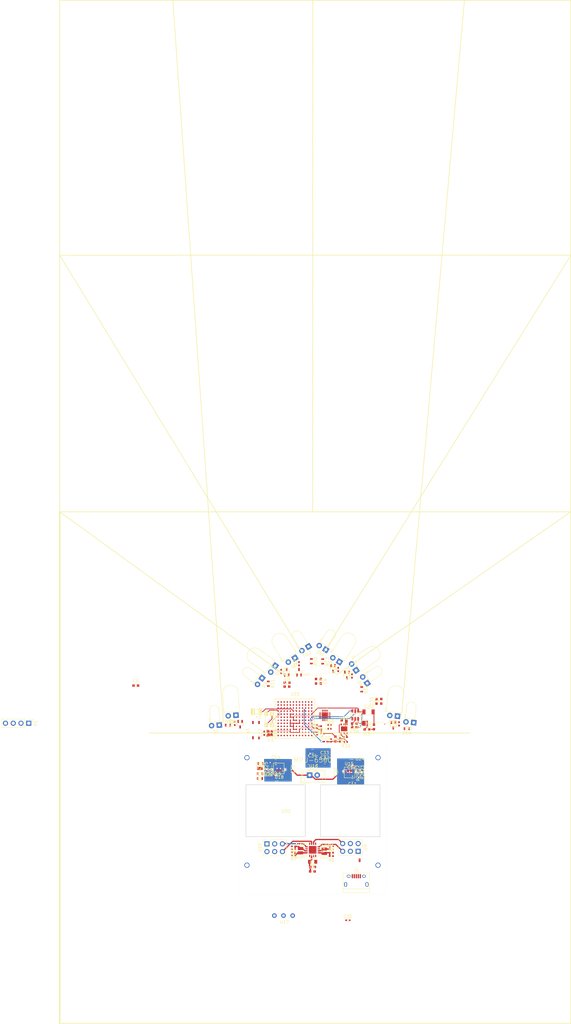
<source format=kicad_pcb>
(kicad_pcb (version 4) (host pcbnew 4.0.6)
  (layers (0 F.Cu signal) (31 B.Cu signal) (34 B.Paste user) (35 F.Paste user) (36 B.SilkS user) (37 F.SilkS user) (38 B.Mask user) (39 F.Mask user) (44 Edge.Cuts user))
  (net 0 "")
  (net 1 V_BAT)
  (net 2 VA3.3)
  (net 3 GNDA)
  (net 4 V3.3)
  (net 5 GNDD)
  (net 6 "Net-(C10-Pad2)")
  (net 7 "Net-(C11-Pad1)")
  (net 8 "Net-(C12-Pad1)")
  (net 9 "Net-(C15-Pad1)")
  (net 10 "Net-(C16-Pad1)")
  (net 11 "Net-(C17-Pad1)")
  (net 12 "Net-(C18-Pad1)")
  (net 13 "Net-(C19-Pad1)")
  (net 14 "Net-(C19-Pad2)")
  (net 15 "Net-(C21-Pad1)")
  (net 16 "Net-(C22-Pad1)")
  (net 17 "Net-(C26-Pad1)")
  (net 18 "Net-(C28-Pad1)")
  (net 19 L_RECEIVER)
  (net 20 LD_RECEIVER)
  (net 21 LF_RECEIVER)
  (net 22 RF_RECEIVER)
  (net 23 RD_RECEIVER)
  (net 24 R_RECEIVER)
  (net 25 "Net-(D8-Pad1)")
  (net 26 "Net-(D9-Pad1)")
  (net 27 "Net-(D10-Pad1)")
  (net 28 "Net-(D11-Pad1)")
  (net 29 "Net-(D12-Pad1)")
  (net 30 "Net-(D13-Pad1)")
  (net 31 "Net-(J1-Pad2)")
  (net 32 "Net-(J1-Pad3)")
  (net 33 "Net-(L1-Pad2)")
  (net 34 RX)
  (net 35 TX)
  (net 36 5V)
  (net 37 "Net-(R1-Pad1)")
  (net 38 R_PWM_A)
  (net 39 "Net-(R2-Pad1)")
  (net 40 R_PWM_B)
  (net 41 "Net-(R3-Pad1)")
  (net 42 L_PWM_A)
  (net 43 "Net-(R4-Pad1)")
  (net 44 L_PWM_B)
  (net 45 "Net-(R21-Pad1)")
  (net 46 "Net-(R22-Pad1)")
  (net 47 +5V)
  (net 48 "Net-(R25-Pad1)")
  (net 49 "Net-(R26-Pad1)")
  (net 50 L_EMITTER)
  (net 51 RD_EMITTER)
  (net 52 RF_EMITTER)
  (net 53 LF_EMITTER)
  (net 54 LD_EMITTER)
  (net 55 "Net-(R37-Pad1)")
  (net 56 "Net-(R38-Pad1)")
  (net 57 "Net-(R40-Pad1)")
  (net 58 "Net-(U21-Pad10)")
  (net 59 "Net-(U3-Pad2)")
  (net 60 R_CH_A)
  (net 61 R_CH_B)
  (net 62 L_CH_A)
  (net 63 L_CH_B)
  (net 64 "Net-(U16-Pad2)")
  (net 65 "Net-(U17-Pad3)")
  (net 66 "Net-(U20-Pad6)")
  (net 67 "Net-(U20-Pad5)")
  (net 68 "Net-(U21-Pad1)")
  (net 69 "Net-(U21-Pad3)")
  (net 70 "Net-(U21-Pad4)")
  (net 71 "Net-(U21-Pad5)")
  (net 72 "Net-(U21-Pad6)")
  (net 73 "Net-(U21-Pad7)")
  (net 74 "Net-(U21-Pad8)")
  (net 75 "Net-(U21-Pad9)")
  (net 76 "Net-(U21-Pad11)")
  (net 77 "Net-(U21-Pad12)")
  (net 78 "Net-(U21-Pad13)")
  (net 79 "Net-(U21-Pad14)")
  (net 80 "Net-(U21-Pad15)")
  (net 81 "Net-(U21-Pad16)")
  (net 82 "Net-(U23-PadA1)")
  (net 83 "Net-(U23-PadA2)")
  (net 84 "Net-(U23-PadA3)")
  (net 85 "Net-(U23-PadA4)")
  (net 86 "Net-(U23-PadA5)")
  (net 87 "Net-(U23-PadA8)")
  (net 88 "Net-(U23-PadA9)")
  (net 89 "Net-(U23-PadA11)")
  (net 90 "Net-(U23-PadA12)")
  (net 91 "Net-(U23-PadB1)")
  (net 92 "Net-(U23-PadB2)")
  (net 93 "Net-(U23-PadB4)")
  (net 94 "Net-(U23-PadB7)")
  (net 95 "Net-(U23-PadB8)")
  (net 96 "Net-(U23-PadB9)")
  (net 97 "Net-(U23-PadB11)")
  (net 98 "Net-(U23-PadB12)")
  (net 99 "Net-(U23-PadC1)")
  (net 100 "Net-(U23-PadC2)")
  (net 101 "Net-(U23-PadC3)")
  (net 102 "Net-(U23-PadC4)")
  (net 103 "Net-(U23-PadC7)")
  (net 104 "Net-(U23-PadC8)")
  (net 105 "Net-(U23-PadC9)")
  (net 106 "Net-(U23-PadC11)")
  (net 107 "Net-(U23-PadC12)")
  (net 108 "Net-(U23-PadD1)")
  (net 109 "Net-(U23-PadD2)")
  (net 110 "Net-(U23-PadD3)")
  (net 111 "Net-(U23-PadD4)")
  (net 112 "Net-(U23-PadD7)")
  (net 113 "Net-(U23-PadD8)")
  (net 114 "Net-(U23-PadD9)")
  (net 115 "Net-(U23-PadD10)")
  (net 116 "Net-(U23-PadD11)")
  (net 117 "Net-(U23-PadD12)")
  (net 118 "Net-(U23-PadF1)")
  (net 119 "Net-(U23-PadM1)")
  (net 120 "Net-(U23-PadE2)")
  (net 121 "Net-(U23-PadM2)")
  (net 122 "Net-(U23-PadE3)")
  (net 123 "Net-(U23-PadL3)")
  (net 124 "Net-(U23-PadE4)")
  (net 125 "Net-(U23-PadG4)")
  (net 126 "Net-(U23-PadK4)")
  (net 127 "Net-(U23-PadL4)")
  (net 128 "Net-(U23-PadM4)")
  (net 129 "Net-(U23-PadK5)")
  (net 130 "Net-(U23-PadM6)")
  (net 131 "Net-(U23-PadM7)")
  (net 132 "Net-(U23-PadM8)")
  (net 133 "Net-(U23-PadE9)")
  (net 134 "Net-(U23-PadG9)")
  (net 135 "Net-(U23-PadH9)")
  (net 136 "Net-(U23-PadJ9)")
  (net 137 "Net-(U23-PadK9)")
  (net 138 "Net-(U23-PadE10)")
  (net 139 "Net-(U23-PadG10)")
  (net 140 "Net-(U23-PadH10)")
  (net 141 "Net-(U23-PadK10)")
  (net 142 "Net-(U23-PadL10)")
  (net 143 "Net-(U23-PadE11)")
  (net 144 "Net-(U23-PadG11)")
  (net 145 "Net-(U23-PadH11)")
  (net 146 "Net-(U23-PadJ11)")
  (net 147 "Net-(U23-PadK11)")
  (net 148 "Net-(U23-PadL11)")
  (net 149 "Net-(U23-PadM11)")
  (net 150 "Net-(U23-PadE12)")
  (net 151 "Net-(U23-PadG12)")
  (net 152 "Net-(U23-PadH12)")
  (net 153 "Net-(U23-PadL12)")
  (net 154 "Net-(U23-PadM12)")
  (net 155 "Net-(C14-Pad1)")
  (net 156 "Net-(C32-Pad1)")
  (net 157 "Net-(C33-Pad1)")
  (net 158 "Net-(J1-Pad4)")
  (net 159 "Net-(P1-Pad3)")
  (net 160 "Net-(U31-Pad1)")
  (net 161 "Net-(U31-Pad2)")
  (net 162 "Net-(U31-Pad3)")
  (net 163 "Net-(U31-Pad4)")
  (net 164 "Net-(U31-Pad5)")
  (net 165 "Net-(U31-Pad6)")
  (net 166 "Net-(U31-Pad7)")
  (net 167 SDO)
  (net 168 FSYNC)
  (net 169 INT)
  (net 170 "Net-(U31-Pad14)")
  (net 171 "Net-(U31-Pad15)")
  (net 172 "Net-(U31-Pad16)")
  (net 173 "Net-(U31-Pad17)")
  (net 174 "Net-(U31-Pad19)")
  (net 175 "Net-(U31-Pad21)")
  (net 176 nCS)
  (net 177 SCLK)
  (net 178 SDI)
  (net 179 V1.8)
  (net 180 3.3V)
  (net 181 VBAT)
  (net 182 "Net-(C35-Pad1)")
  (net 183 "Net-(J1-Pad1)")
  (net 184 "Net-(J1-Pad5)")
  (net 185 "Net-(R37-Pad2)")
  (net 186 "Net-(R38-Pad2)")
  (net 187 "Net-(U1-Pad2)")
  (net 188 "Net-(R30-Pad1)")
  (net 189 "Net-(U2-Pad2)")
  (net 190 "Net-(U2-Pad6)")
  (net 191 "Net-(C3-Pad2)")
  (net 192 "Net-(U2-Pad15)")
  (net 193 "Net-(U2-Pad16)")
  (net 194 2V)
  (net 195 "Net-(U10-Pad6)")
  (net 196 "Net-(U10-Pad5)")
  (net 197 "Net-(Q1-Pad1)")
  (net 198 "Net-(Q2-Pad1)")
  (net 199 "Net-(Q3-Pad1)")
  (net 200 "Net-(Q4-Pad1)")
  (net 201 "Net-(Q5-Pad1)")
  (net 202 "Net-(Q6-Pad1)")
  (module micromouse:Microcontroller (layer F.Cu) (at 112.8648 57.1132 180)
    (fp_text reference U23 (at -0.0381 8.0899 180) (layer F.SilkS))
    (fp_text value MK66FX1M0)
    (pad A1 smd circle (at -5.5 -5.5 180) (size 0.5 0.5) (layers F.Cu F.Paste F.Mask) (net 82 "Net-(U23-PadA1)"))
    (pad B1 smd circle (at -5.5 -4.5 180) (size 0.5 0.5) (layers F.Cu F.Paste F.Mask) (net 91 "Net-(U23-PadB1)"))
    (pad C1 smd circle (at -5.5 -3.5 180) (size 0.5 0.5) (layers F.Cu F.Paste F.Mask) (net 99 "Net-(U23-PadC1)"))
    (pad D1 smd circle (at -5.5 -2.5 180) (size 0.5 0.5) (layers F.Cu F.Paste F.Mask) (net 108 "Net-(U23-PadD1)"))
    (pad E1 smd circle (at -5.5 -1.5 180) (size 0.5 0.5) (layers F.Cu F.Paste F.Mask) (net 57 "Net-(R40-Pad1)"))
    (pad F1 smd circle (at -5.5 -0.5 180) (size 0.5 0.5) (layers F.Cu F.Paste F.Mask) (net 118 "Net-(U23-PadF1)"))
    (pad G1 smd circle (at -5.5 0.5 180) (size 0.5 0.5) (layers F.Cu F.Paste F.Mask) (net 16 "Net-(C22-Pad1)"))
    (pad H1 smd circle (at -5.5 1.5 180) (size 0.5 0.5) (layers F.Cu F.Paste F.Mask) (net 55 "Net-(R37-Pad1)"))
    (pad A2 smd circle (at -4.5 -5.5 180) (size 0.5 0.5) (layers F.Cu F.Paste F.Mask) (net 83 "Net-(U23-PadA2)"))
    (pad B2 smd circle (at -4.5 -4.5 180) (size 0.5 0.5) (layers F.Cu F.Paste F.Mask) (net 92 "Net-(U23-PadB2)"))
    (pad C2 smd circle (at -4.5 -3.5 180) (size 0.5 0.5) (layers F.Cu F.Paste F.Mask) (net 100 "Net-(U23-PadC2)"))
    (pad D2 smd circle (at -4.5 -2.5 180) (size 0.5 0.5) (layers F.Cu F.Paste F.Mask) (net 109 "Net-(U23-PadD2)"))
    (pad E2 smd circle (at -4.5 -1.5 180) (size 0.5 0.5) (layers F.Cu F.Paste F.Mask) (net 120 "Net-(U23-PadE2)"))
    (pad F2 smd circle (at -4.5 -0.5 180) (size 0.5 0.5) (layers F.Cu F.Paste F.Mask))
    (pad G2 smd circle (at -4.5 0.5 180) (size 0.5 0.5) (layers F.Cu F.Paste F.Mask) (net 12 "Net-(C18-Pad1)"))
    (pad H2 smd circle (at -4.5 1.5 180) (size 0.5 0.5) (layers F.Cu F.Paste F.Mask) (net 56 "Net-(R38-Pad1)"))
    (pad A3 smd circle (at -3.5 -5.5 180) (size 0.5 0.5) (layers F.Cu F.Paste F.Mask) (net 84 "Net-(U23-PadA3)"))
    (pad B3 smd circle (at -3.5 -4.5 180) (size 0.5 0.5) (layers F.Cu F.Paste F.Mask))
    (pad C3 smd circle (at -3.5 -3.5 180) (size 0.5 0.5) (layers F.Cu F.Paste F.Mask) (net 101 "Net-(U23-PadC3)"))
    (pad D3 smd circle (at -3.5 -2.5 180) (size 0.5 0.5) (layers F.Cu F.Paste F.Mask) (net 110 "Net-(U23-PadD3)"))
    (pad E3 smd circle (at -3.5 -1.5 180) (size 0.5 0.5) (layers F.Cu F.Paste F.Mask) (net 122 "Net-(U23-PadE3)"))
    (pad F3 smd circle (at -3.5 -0.5 180) (size 0.5 0.5) (layers F.Cu F.Paste F.Mask))
    (pad G3 smd circle (at -3.5 0.5 180) (size 0.5 0.5) (layers F.Cu F.Paste F.Mask))
    (pad H3 smd circle (at -3.5 1.5 180) (size 0.5 0.5) (layers F.Cu F.Paste F.Mask) (net 5 GNDD))
    (pad A4 smd circle (at -2.5 -5.5 180) (size 0.5 0.5) (layers F.Cu F.Paste F.Mask) (net 85 "Net-(U23-PadA4)"))
    (pad B4 smd circle (at -2.5 -4.5 180) (size 0.5 0.5) (layers F.Cu F.Paste F.Mask) (net 93 "Net-(U23-PadB4)"))
    (pad C4 smd circle (at -2.5 -3.5 180) (size 0.5 0.5) (layers F.Cu F.Paste F.Mask) (net 102 "Net-(U23-PadC4)"))
    (pad D4 smd circle (at -2.5 -2.5 180) (size 0.5 0.5) (layers F.Cu F.Paste F.Mask) (net 111 "Net-(U23-PadD4)"))
    (pad E4 smd circle (at -2.5 -1.5 180) (size 0.5 0.5) (layers F.Cu F.Paste F.Mask) (net 124 "Net-(U23-PadE4)"))
    (pad F4 smd circle (at -2.5 -0.5 180) (size 0.5 0.5) (layers F.Cu F.Paste F.Mask))
    (pad G4 smd circle (at -2.5 0.5 180) (size 0.5 0.5) (layers F.Cu F.Paste F.Mask) (net 125 "Net-(U23-PadG4)"))
    (pad H4 smd circle (at -2.5 1.5 180) (size 0.5 0.5) (layers F.Cu F.Paste F.Mask))
    (pad A5 smd circle (at -1.5 -5.5 180) (size 0.5 0.5) (layers F.Cu F.Paste F.Mask) (net 86 "Net-(U23-PadA5)"))
    (pad B5 smd circle (at -1.5 -4.5 180) (size 0.5 0.5) (layers F.Cu F.Paste F.Mask))
    (pad C5 smd circle (at -1.5 -3.5 180) (size 0.5 0.5) (layers F.Cu F.Paste F.Mask))
    (pad D5 smd circle (at -1.5 -2.5 180) (size 0.5 0.5) (layers F.Cu F.Paste F.Mask))
    (pad E5 smd circle (at -1.5 -1.5 180) (size 0.5 0.5) (layers F.Cu F.Paste F.Mask) (net 16 "Net-(C22-Pad1)"))
    (pad F5 smd circle (at -1.5 -0.5 180) (size 0.5 0.5) (layers F.Cu F.Paste F.Mask) (net 16 "Net-(C22-Pad1)"))
    (pad G5 smd circle (at -1.5 0.5 180) (size 0.5 0.5) (layers F.Cu F.Paste F.Mask) (net 17 "Net-(C26-Pad1)"))
    (pad H5 smd circle (at -1.5 1.5 180) (size 0.5 0.5) (layers F.Cu F.Paste F.Mask) (net 13 "Net-(C19-Pad1)"))
    (pad A6 smd circle (at -0.5 -5.5 180) (size 0.5 0.5) (layers F.Cu F.Paste F.Mask))
    (pad B6 smd circle (at -0.5 -4.5 180) (size 0.5 0.5) (layers F.Cu F.Paste F.Mask))
    (pad C6 smd circle (at -0.5 -3.5 180) (size 0.5 0.5) (layers F.Cu F.Paste F.Mask))
    (pad D6 smd circle (at -0.5 -2.5 180) (size 0.5 0.5) (layers F.Cu F.Paste F.Mask))
    (pad E6 smd circle (at -0.5 -1.5 180) (size 0.5 0.5) (layers F.Cu F.Paste F.Mask) (net 16 "Net-(C22-Pad1)"))
    (pad F6 smd circle (at -0.5 -0.5 180) (size 0.5 0.5) (layers F.Cu F.Paste F.Mask) (net 5 GNDD))
    (pad G6 smd circle (at -0.5 0.5 180) (size 0.5 0.5) (layers F.Cu F.Paste F.Mask) (net 14 "Net-(C19-Pad2)"))
    (pad H6 smd circle (at -0.5 1.5 180) (size 0.5 0.5) (layers F.Cu F.Paste F.Mask) (net 14 "Net-(C19-Pad2)"))
    (pad A7 smd circle (at 0.5 -5.5 180) (size 0.5 0.5) (layers F.Cu F.Paste F.Mask))
    (pad B7 smd circle (at 0.5 -4.5 180) (size 0.5 0.5) (layers F.Cu F.Paste F.Mask) (net 94 "Net-(U23-PadB7)"))
    (pad C7 smd circle (at 0.5 -3.5 180) (size 0.5 0.5) (layers F.Cu F.Paste F.Mask) (net 103 "Net-(U23-PadC7)"))
    (pad D7 smd circle (at 0.5 -2.5 180) (size 0.5 0.5) (layers F.Cu F.Paste F.Mask) (net 112 "Net-(U23-PadD7)"))
    (pad E7 smd circle (at 0.5 -1.5 180) (size 0.5 0.5) (layers F.Cu F.Paste F.Mask) (net 16 "Net-(C22-Pad1)"))
    (pad F7 smd circle (at 0.5 -0.5 180) (size 0.5 0.5) (layers F.Cu F.Paste F.Mask) (net 5 GNDD))
    (pad G7 smd circle (at 0.5 0.5 180) (size 0.5 0.5) (layers F.Cu F.Paste F.Mask) (net 5 GNDD))
    (pad H7 smd circle (at 0.5 1.5 180) (size 0.5 0.5) (layers F.Cu F.Paste F.Mask) (net 5 GNDD))
    (pad A8 smd circle (at 1.5 -5.5 180) (size 0.5 0.5) (layers F.Cu F.Paste F.Mask) (net 87 "Net-(U23-PadA8)"))
    (pad B8 smd circle (at 1.5 -4.5 180) (size 0.5 0.5) (layers F.Cu F.Paste F.Mask) (net 95 "Net-(U23-PadB8)"))
    (pad C8 smd circle (at 1.5 -3.5 180) (size 0.5 0.5) (layers F.Cu F.Paste F.Mask) (net 104 "Net-(U23-PadC8)"))
    (pad D8 smd circle (at 1.5 -2.5 180) (size 0.5 0.5) (layers F.Cu F.Paste F.Mask) (net 113 "Net-(U23-PadD8)"))
    (pad E8 smd circle (at 1.5 -1.5 180) (size 0.5 0.5) (layers F.Cu F.Paste F.Mask) (net 16 "Net-(C22-Pad1)"))
    (pad F8 smd circle (at 1.5 -0.5 180) (size 0.5 0.5) (layers F.Cu F.Paste F.Mask) (net 16 "Net-(C22-Pad1)"))
    (pad G8 smd circle (at 1.5 0.5 180) (size 0.5 0.5) (layers F.Cu F.Paste F.Mask) (net 5 GNDD))
    (pad H8 smd circle (at 1.5 1.5 180) (size 0.5 0.5) (layers F.Cu F.Paste F.Mask) (net 5 GNDD))
    (pad A9 smd circle (at 2.5 -5.5 180) (size 0.5 0.5) (layers F.Cu F.Paste F.Mask) (net 88 "Net-(U23-PadA9)"))
    (pad B9 smd circle (at 2.5 -4.5 180) (size 0.5 0.5) (layers F.Cu F.Paste F.Mask) (net 96 "Net-(U23-PadB9)"))
    (pad C9 smd circle (at 2.5 -3.5 180) (size 0.5 0.5) (layers F.Cu F.Paste F.Mask) (net 105 "Net-(U23-PadC9)"))
    (pad D9 smd circle (at 2.5 -2.5 180) (size 0.5 0.5) (layers F.Cu F.Paste F.Mask) (net 114 "Net-(U23-PadD9)"))
    (pad E9 smd circle (at 2.5 -1.5 180) (size 0.5 0.5) (layers F.Cu F.Paste F.Mask) (net 133 "Net-(U23-PadE9)"))
    (pad F9 smd circle (at 2.5 -0.5 180) (size 0.5 0.5) (layers F.Cu F.Paste F.Mask))
    (pad G9 smd circle (at 2.5 0.5 180) (size 0.5 0.5) (layers F.Cu F.Paste F.Mask) (net 134 "Net-(U23-PadG9)"))
    (pad H9 smd circle (at 2.5 1.5 180) (size 0.5 0.5) (layers F.Cu F.Paste F.Mask) (net 135 "Net-(U23-PadH9)"))
    (pad A10 smd circle (at 3.5 -5.5 180) (size 0.5 0.5) (layers F.Cu F.Paste F.Mask))
    (pad B10 smd circle (at 3.5 -4.5 180) (size 0.5 0.5) (layers F.Cu F.Paste F.Mask))
    (pad C10 smd circle (at 3.5 -3.5 180) (size 0.5 0.5) (layers F.Cu F.Paste F.Mask))
    (pad D10 smd circle (at 3.5 -2.5 180) (size 0.5 0.5) (layers F.Cu F.Paste F.Mask) (net 115 "Net-(U23-PadD10)"))
    (pad E10 smd circle (at 3.5 -1.5 180) (size 0.5 0.5) (layers F.Cu F.Paste F.Mask) (net 138 "Net-(U23-PadE10)"))
    (pad F10 smd circle (at 3.5 -0.5 180) (size 0.5 0.5) (layers F.Cu F.Paste F.Mask))
    (pad G10 smd circle (at 3.5 0.5 180) (size 0.5 0.5) (layers F.Cu F.Paste F.Mask) (net 139 "Net-(U23-PadG10)"))
    (pad H10 smd circle (at 3.5 1.5 180) (size 0.5 0.5) (layers F.Cu F.Paste F.Mask) (net 140 "Net-(U23-PadH10)"))
    (pad A11 smd circle (at 4.5 -5.5 180) (size 0.5 0.5) (layers F.Cu F.Paste F.Mask) (net 89 "Net-(U23-PadA11)"))
    (pad B11 smd circle (at 4.5 -4.5 180) (size 0.5 0.5) (layers F.Cu F.Paste F.Mask) (net 97 "Net-(U23-PadB11)"))
    (pad C11 smd circle (at 4.5 -3.5 180) (size 0.5 0.5) (layers F.Cu F.Paste F.Mask) (net 106 "Net-(U23-PadC11)"))
    (pad D11 smd circle (at 4.5 -2.5 180) (size 0.5 0.5) (layers F.Cu F.Paste F.Mask) (net 116 "Net-(U23-PadD11)"))
    (pad E11 smd circle (at 4.5 -1.5 180) (size 0.5 0.5) (layers F.Cu F.Paste F.Mask) (net 143 "Net-(U23-PadE11)"))
    (pad F11 smd circle (at 4.5 -0.5 180) (size 0.5 0.5) (layers F.Cu F.Paste F.Mask))
    (pad G11 smd circle (at 4.5 0.5 180) (size 0.5 0.5) (layers F.Cu F.Paste F.Mask) (net 144 "Net-(U23-PadG11)"))
    (pad H11 smd circle (at 4.5 1.5 180) (size 0.5 0.5) (layers F.Cu F.Paste F.Mask) (net 145 "Net-(U23-PadH11)"))
    (pad A12 smd circle (at 5.5 -5.5 180) (size 0.5 0.5) (layers F.Cu F.Paste F.Mask) (net 90 "Net-(U23-PadA12)"))
    (pad B12 smd circle (at 5.5 -4.5 180) (size 0.5 0.5) (layers F.Cu F.Paste F.Mask) (net 98 "Net-(U23-PadB12)"))
    (pad C12 smd circle (at 5.5 -3.5 180) (size 0.5 0.5) (layers F.Cu F.Paste F.Mask) (net 107 "Net-(U23-PadC12)"))
    (pad D12 smd circle (at 5.5 -2.5 180) (size 0.5 0.5) (layers F.Cu F.Paste F.Mask) (net 117 "Net-(U23-PadD12)"))
    (pad E12 smd circle (at 5.5 -1.5 180) (size 0.5 0.5) (layers F.Cu F.Paste F.Mask) (net 150 "Net-(U23-PadE12)"))
    (pad F12 smd circle (at 5.5 -0.5 180) (size 0.5 0.5) (layers F.Cu F.Paste F.Mask))
    (pad G12 smd circle (at 5.5 0.5 180) (size 0.5 0.5) (layers F.Cu F.Paste F.Mask) (net 151 "Net-(U23-PadG12)"))
    (pad H12 smd circle (at 5.5 1.5 180) (size 0.5 0.5) (layers F.Cu F.Paste F.Mask) (net 152 "Net-(U23-PadH12)"))
    (pad J1 smd circle (at -5.5 2.5 180) (size 0.5 0.5) (layers F.Cu F.Paste F.Mask) (net 66 "Net-(U20-Pad6)"))
    (pad K1 smd circle (at -5.5 3.5 180) (size 0.5 0.5) (layers F.Cu F.Paste F.Mask) (net 67 "Net-(U20-Pad5)"))
    (pad L1 smd circle (at -5.5 4.5 180) (size 0.5 0.5) (layers F.Cu F.Paste F.Mask) (net 12 "Net-(C18-Pad1)"))
    (pad M1 smd circle (at -5.5 5.5 180) (size 0.5 0.5) (layers F.Cu F.Paste F.Mask) (net 119 "Net-(U23-PadM1)"))
    (pad J2 smd circle (at -4.5 2.5 180) (size 0.5 0.5) (layers F.Cu F.Paste F.Mask))
    (pad K2 smd circle (at -4.5 3.5 180) (size 0.5 0.5) (layers F.Cu F.Paste F.Mask) (net 5 GNDD))
    (pad L2 smd circle (at -4.5 4.5 180) (size 0.5 0.5) (layers F.Cu F.Paste F.Mask))
    (pad M2 smd circle (at -4.5 5.5 180) (size 0.5 0.5) (layers F.Cu F.Paste F.Mask) (net 121 "Net-(U23-PadM2)"))
    (pad J3 smd circle (at -3.5 2.5 180) (size 0.5 0.5) (layers F.Cu F.Paste F.Mask))
    (pad K3 smd circle (at -3.5 3.5 180) (size 0.5 0.5) (layers F.Cu F.Paste F.Mask))
    (pad L3 smd circle (at -3.5 4.5 180) (size 0.5 0.5) (layers F.Cu F.Paste F.Mask) (net 123 "Net-(U23-PadL3)"))
    (pad M3 smd circle (at -3.5 5.5 180) (size 0.5 0.5) (layers F.Cu F.Paste F.Mask) (net 18 "Net-(C28-Pad1)"))
    (pad J4 smd circle (at -2.5 2.5 180) (size 0.5 0.5) (layers F.Cu F.Paste F.Mask))
    (pad K4 smd circle (at -2.5 3.5 180) (size 0.5 0.5) (layers F.Cu F.Paste F.Mask) (net 126 "Net-(U23-PadK4)"))
    (pad L4 smd circle (at -2.5 4.5 180) (size 0.5 0.5) (layers F.Cu F.Paste F.Mask) (net 127 "Net-(U23-PadL4)"))
    (pad M4 smd circle (at -2.5 5.5 180) (size 0.5 0.5) (layers F.Cu F.Paste F.Mask) (net 128 "Net-(U23-PadM4)"))
    (pad J5 smd circle (at -1.5 2.5 180) (size 0.5 0.5) (layers F.Cu F.Paste F.Mask) (net 74 "Net-(U21-Pad8)"))
    (pad K5 smd circle (at -1.5 3.5 180) (size 0.5 0.5) (layers F.Cu F.Paste F.Mask) (net 129 "Net-(U23-PadK5)"))
    (pad L5 smd circle (at -1.5 4.5 180) (size 0.5 0.5) (layers F.Cu F.Paste F.Mask))
    (pad M5 smd circle (at -1.5 5.5 180) (size 0.5 0.5) (layers F.Cu F.Paste F.Mask))
    (pad J6 smd circle (at -0.5 2.5 180) (size 0.5 0.5) (layers F.Cu F.Paste F.Mask) (net 72 "Net-(U21-Pad6)"))
    (pad K6 smd circle (at -0.5 3.5 180) (size 0.5 0.5) (layers F.Cu F.Paste F.Mask) (net 75 "Net-(U21-Pad9)"))
    (pad L6 smd circle (at -0.5 4.5 180) (size 0.5 0.5) (layers F.Cu F.Paste F.Mask) (net 11 "Net-(C17-Pad1)"))
    (pad M6 smd circle (at -0.5 5.5 180) (size 0.5 0.5) (layers F.Cu F.Paste F.Mask) (net 130 "Net-(U23-PadM6)"))
    (pad J7 smd circle (at 0.5 2.5 180) (size 0.5 0.5) (layers F.Cu F.Paste F.Mask))
    (pad K7 smd circle (at 0.5 3.5 180) (size 0.5 0.5) (layers F.Cu F.Paste F.Mask) (net 73 "Net-(U21-Pad7)"))
    (pad L7 smd circle (at 0.5 4.5 180) (size 0.5 0.5) (layers F.Cu F.Paste F.Mask))
    (pad M7 smd circle (at 0.5 5.5 180) (size 0.5 0.5) (layers F.Cu F.Paste F.Mask) (net 131 "Net-(U23-PadM7)"))
    (pad J8 smd circle (at 1.5 2.5 180) (size 0.5 0.5) (layers F.Cu F.Paste F.Mask))
    (pad K8 smd circle (at 1.5 3.5 180) (size 0.5 0.5) (layers F.Cu F.Paste F.Mask))
    (pad L8 smd circle (at 1.5 4.5 180) (size 0.5 0.5) (layers F.Cu F.Paste F.Mask))
    (pad M8 smd circle (at 1.5 5.5 180) (size 0.5 0.5) (layers F.Cu F.Paste F.Mask) (net 132 "Net-(U23-PadM8)"))
    (pad J9 smd circle (at 2.5 2.5 180) (size 0.5 0.5) (layers F.Cu F.Paste F.Mask) (net 136 "Net-(U23-PadJ9)"))
    (pad K9 smd circle (at 2.5 3.5 180) (size 0.5 0.5) (layers F.Cu F.Paste F.Mask) (net 137 "Net-(U23-PadK9)"))
    (pad L9 smd circle (at 2.5 4.5 180) (size 0.5 0.5) (layers F.Cu F.Paste F.Mask))
    (pad M9 smd circle (at 2.5 5.5 180) (size 0.5 0.5) (layers F.Cu F.Paste F.Mask))
    (pad J10 smd circle (at 3.5 2.5 180) (size 0.5 0.5) (layers F.Cu F.Paste F.Mask))
    (pad K10 smd circle (at 3.5 3.5 180) (size 0.5 0.5) (layers F.Cu F.Paste F.Mask) (net 141 "Net-(U23-PadK10)"))
    (pad L10 smd circle (at 3.5 4.5 180) (size 0.5 0.5) (layers F.Cu F.Paste F.Mask) (net 142 "Net-(U23-PadL10)"))
    (pad M10 smd circle (at 3.5 5.5 180) (size 0.5 0.5) (layers F.Cu F.Paste F.Mask) (net 5 GNDD))
    (pad J11 smd circle (at 4.5 2.5 180) (size 0.5 0.5) (layers F.Cu F.Paste F.Mask) (net 146 "Net-(U23-PadJ11)"))
    (pad K11 smd circle (at 4.5 3.5 180) (size 0.5 0.5) (layers F.Cu F.Paste F.Mask) (net 147 "Net-(U23-PadK11)"))
    (pad L11 smd circle (at 4.5 4.5 180) (size 0.5 0.5) (layers F.Cu F.Paste F.Mask) (net 148 "Net-(U23-PadL11)"))
    (pad M11 smd circle (at 4.5 5.5 180) (size 0.5 0.5) (layers F.Cu F.Paste F.Mask) (net 149 "Net-(U23-PadM11)"))
    (pad J12 smd circle (at 5.5 2.5 180) (size 0.5 0.5) (layers F.Cu F.Paste F.Mask))
    (pad K12 smd circle (at 5.5 3.5 180) (size 0.5 0.5) (layers F.Cu F.Paste F.Mask))
    (pad L12 smd circle (at 5.5 4.5 180) (size 0.5 0.5) (layers F.Cu F.Paste F.Mask) (net 153 "Net-(U23-PadL12)"))
    (pad M12 smd circle (at 5.5 5.5 180) (size 0.5 0.5) (layers F.Cu F.Paste F.Mask) (net 154 "Net-(U23-PadM12)"))
  )
  (module micromouse:Motors_connectors (layer F.Cu) (at 103.6828 98.1202 90)
    (fp_text reference U10 (at -1.27 -2.33 90) (layer F.SilkS))
    (fp_text value CONN_02X03)
    (pad 1 thru_hole rect (at 0 0 90) (size 1.7 1.7) (drill 1) (layers *.Cu *.Mask) (net 62 L_CH_A))
    (pad 2 thru_hole oval (at -2.54 0 90) (size 1.7 1.7) (drill 1) (layers *.Cu *.Mask) (net 63 L_CH_B))
    (pad 3 thru_hole oval (at 0 2.54 90) (size 1.7 1.7) (drill 1) (layers *.Cu *.Mask) (net 47 +5V))
    (pad 4 thru_hole oval (at -2.54 2.54 90) (size 1.7 1.7) (drill 1) (layers *.Cu *.Mask) (net 5 GNDD))
    (pad 5 thru_hole oval (at 0 5.08 90) (size 1.7 1.7) (drill 1) (layers *.Cu *.Mask) (net 196 "Net-(U10-Pad5)"))
    (pad 6 thru_hole oval (at -2.54 5.08 90) (size 1.7 1.7) (drill 1) (layers *.Cu *.Mask) (net 195 "Net-(U10-Pad6)"))
  )
  (module Inductors_SMD:L_0603 (layer F.Cu) (at 101.3924 75.0766 180)
    (fp_text reference L1 (at 0 -1.9 180) (layer F.SilkS))
    (fp_text value L)
    (pad 1 smd rect (at -0.75 0 180) (size 0.5 0.9) (layers F.Cu F.Paste F.Mask) (net 9 "Net-(C15-Pad1)"))
    (pad 2 smd rect (at 0.75 0 180) (size 0.5 0.9) (layers F.Cu F.Paste F.Mask) (net 33 "Net-(L1-Pad2)"))
  )
  (module Socket_Strips:Socket_Strip_Straight_1x04_Pitch2.54mm (layer F.Cu) (at 25.5324 58.5866 270)
    (fp_text reference P1 (at 0 -2.33 270) (layer F.SilkS))
    (fp_text value CONN_01X4)
    (pad 1 thru_hole rect (at 0 0 270) (size 1.7 1.7) (drill 1) (layers *.Cu *.Mask) (net 34 RX))
    (pad 2 thru_hole oval (at 0 2.54 270) (size 1.7 1.7) (drill 1) (layers *.Cu *.Mask) (net 35 TX))
    (pad 3 thru_hole oval (at 0 5.08 270) (size 1.7 1.7) (drill 1) (layers *.Cu *.Mask) (net 159 "Net-(P1-Pad3)"))
    (pad 4 thru_hole oval (at 0 7.62 270) (size 1.7 1.7) (drill 1) (layers *.Cu *.Mask) (net 36 5V))
  )
  (module micromouse:Switch_teensy (layer F.Cu) (at 100.0824 60.8466 270)
    (fp_text reference s1 (at 0.1524 2.6924 270) (layer F.SilkS))
    (fp_text value Switch)
    (pad 1 smd rect (at 2.5 -1 270) (size 1 0.5) (layers F.Cu F.Paste F.Mask) (net 58 "Net-(U21-Pad10)"))
    (pad 2 smd rect (at -2.5 -1 270) (size 1 0.5) (layers F.Cu F.Paste F.Mask) (net 5 GNDD))
    (pad 2 smd rect (at -2.5 1 270) (size 1 0.5) (layers F.Cu F.Paste F.Mask) (net 5 GNDD))
    (pad 1 smd rect (at 2.5 1 270) (size 1 0.5) (layers F.Cu F.Paste F.Mask) (net 58 "Net-(U21-Pad10)"))
  )
  (module micromouse:PMEG4010_DIODE (layer F.Cu) (at 104.6608 62.0922)
    (fp_text reference U1 (at 0.31 1.95) (layer F.SilkS))
    (fp_text value BAT54C)
    (pad 1 smd rect (at 0 0) (size 1.6 1.1) (layers F.Cu F.Paste F.Mask) (net 16 "Net-(C22-Pad1)"))
    (pad 1 smd rect (at 0 0.675) (size 0.4 0.25) (layers F.Cu F.Paste F.Mask) (net 16 "Net-(C22-Pad1)"))
    (pad 2 smd rect (at -0.65 -1.05) (size 0.4 0.5) (layers F.Cu F.Paste F.Mask) (net 187 "Net-(U1-Pad2)"))
    (pad 3 smd rect (at 0.65 -1.05) (size 0.4 0.5) (layers F.Cu F.Paste F.Mask) (net 11 "Net-(C17-Pad1)"))
  )
  (module micromouse:PMEG4010_DIODE (layer F.Cu) (at 135.5088 58.6172 270)
    (fp_text reference U6 (at 0.31 1.95 270) (layer F.SilkS))
    (fp_text value BAT54C)
    (pad 1 smd rect (at 0 0 270) (size 1.6 1.1) (layers F.Cu F.Paste F.Mask) (net 59 "Net-(U3-Pad2)"))
    (pad 1 smd rect (at 0 0.675 270) (size 0.4 0.25) (layers F.Cu F.Paste F.Mask) (net 59 "Net-(U3-Pad2)"))
    (pad 2 smd rect (at -0.65 -1.05 270) (size 0.4 0.5) (layers F.Cu F.Paste F.Mask) (net 59 "Net-(U3-Pad2)"))
    (pad 3 smd rect (at 0.65 -1.05 270) (size 0.4 0.5) (layers F.Cu F.Paste F.Mask) (net 15 "Net-(C21-Pad1)"))
  )
  (module micromouse:TPD3S014 (layer F.Cu) (at 132.664 55.8232 90)
    (fp_text reference U20 (at -0.9218 -2.3218 90) (layer F.SilkS) (effects (font (size 0.48 0.48) (thickness 0.05))))
    (fp_text value TPD3S014 (at -0.694 2.1362 90) (layer F.SilkS) (effects (font (size 0.48 0.48) (thickness 0.05))))
    (pad 1 smd rect (at -1.3 -0.95 90) (size 1.1 0.6) (layers F.Cu F.Paste F.Mask) (net 57 "Net-(R40-Pad1)"))
    (pad 2 smd rect (at -1.3 0 90) (size 1.1 0.6) (layers F.Cu F.Paste F.Mask) (net 5 GNDD))
    (pad 3 smd rect (at -1.3 0.95 90) (size 1.1 0.6) (layers F.Cu F.Paste F.Mask) (net 15 "Net-(C21-Pad1)"))
    (pad 4 smd rect (at 1.3 0.95 90) (size 1.1 0.6) (layers F.Cu F.Paste F.Mask) (net 12 "Net-(C18-Pad1)"))
    (pad 6 smd rect (at 1.3 -0.95 90) (size 1.1 0.6) (layers F.Cu F.Paste F.Mask) (net 66 "Net-(U20-Pad6)"))
    (pad 5 smd rect (at 1.3 0 90) (size 1.1 0.6) (layers F.Cu F.Paste F.Mask) (net 67 "Net-(U20-Pad5)"))
  )
  (module micromouse:MKL02Z32VFG4 (layer F.Cu) (at 122.6724 56.0166 270)
    (fp_text reference U21 (at 1.04 -3.035 270) (layer F.SilkS) (effects (font (thickness 0.05))))
    (fp_text value MKL02Z32VFG4 (at 1.775 2.765 270) (layer F.SilkS) (effects (font (thickness 0.05))))
    (pad 1 smd rect (at -1.55 -0.75 270) (size 0.65 0.3) (layers F.Cu F.Paste F.Mask) (net 68 "Net-(U21-Pad1)"))
    (pad 2 smd rect (at -1.55 -0.25 270) (size 0.65 0.3) (layers F.Cu F.Paste F.Mask) (net 5 GNDD))
    (pad 3 smd rect (at -1.55 0.25 270) (size 0.65 0.3) (layers F.Cu F.Paste F.Mask) (net 69 "Net-(U21-Pad3)"))
    (pad 4 smd rect (at -1.55 0.75 270) (size 0.65 0.3) (layers F.Cu F.Paste F.Mask) (net 70 "Net-(U21-Pad4)"))
    (pad 5 smd rect (at -0.75 1.55) (size 0.65 0.3) (layers F.Cu F.Paste F.Mask) (net 71 "Net-(U21-Pad5)"))
    (pad 6 smd rect (at -0.25 1.55) (size 0.65 0.3) (layers F.Cu F.Paste F.Mask) (net 72 "Net-(U21-Pad6)"))
    (pad 7 smd rect (at 0.25 1.55) (size 0.65 0.3) (layers F.Cu F.Paste F.Mask) (net 73 "Net-(U21-Pad7)"))
    (pad 8 smd rect (at 0.75 1.55) (size 0.65 0.3) (layers F.Cu F.Paste F.Mask) (net 74 "Net-(U21-Pad8)"))
    (pad 9 smd rect (at 1.55 0.75 90) (size 0.65 0.3) (layers F.Cu F.Paste F.Mask) (net 75 "Net-(U21-Pad9)"))
    (pad 10 smd rect (at 1.55 0.25 90) (size 0.65 0.3) (layers F.Cu F.Paste F.Mask) (net 58 "Net-(U21-Pad10)"))
    (pad 11 smd rect (at 1.55 -0.25 90) (size 0.65 0.3) (layers F.Cu F.Paste F.Mask) (net 76 "Net-(U21-Pad11)"))
    (pad 12 smd rect (at 1.55 -0.75 90) (size 0.65 0.3) (layers F.Cu F.Paste F.Mask) (net 77 "Net-(U21-Pad12)"))
    (pad 13 smd rect (at 0.75 -1.55 180) (size 0.65 0.3) (layers F.Cu F.Paste F.Mask) (net 78 "Net-(U21-Pad13)"))
    (pad 14 smd rect (at 0.25 -1.55 180) (size 0.65 0.3) (layers F.Cu F.Paste F.Mask) (net 79 "Net-(U21-Pad14)"))
    (pad 15 smd rect (at -0.25 -1.55 180) (size 0.65 0.3) (layers F.Cu F.Paste F.Mask) (net 80 "Net-(U21-Pad15)"))
    (pad 16 smd rect (at -0.75 -1.55 180) (size 0.65 0.3) (layers F.Cu F.Paste F.Mask) (net 81 "Net-(U21-Pad16)"))
    (pad 17 smd rect (at 0 0 270) (size 2 2) (layers F.Cu F.Paste F.Mask))
  )
  (module micromouse:32.768_CRYSTAL (layer F.Cu) (at 100.2824 54.7966)
    (fp_text reference Y2 (at 0.6096 1.8796) (layer F.SilkS))
    (fp_text value 32.768MHz)
    (pad 1 smd rect (at 1.25 0) (size 1.1 1.9) (layers F.Cu F.Paste F.SilkS F.Mask) (net 131 "Net-(U23-PadM7)"))
    (pad 2 smd rect (at -1.25 0) (size 1.1 1.9) (layers F.Cu F.Paste F.SilkS F.Mask) (net 130 "Net-(U23-PadM6)"))
  )
  (module micromouse:LP38691 (layer F.Cu) (at 128.96263 60.398096 180)
    (fp_text reference U22 (at 0.07 3.47 360) (layer F.SilkS))
    (fp_text value LP38691)
    (pad 6 smd rect (at 0.90843 1.407296) (size 0.35 0.6) (layers F.Cu F.Paste F.Mask) (net 15 "Net-(C21-Pad1)"))
    (pad 5 smd rect (at -0.04157 1.407296) (size 0.35 0.6) (layers F.Cu F.Paste F.Mask) (net 16 "Net-(C22-Pad1)"))
    (pad 4 smd rect (at -0.99157 1.407296) (size 0.35 0.6) (layers F.Cu F.Paste F.Mask) (net 16 "Net-(C22-Pad1)"))
    (pad 3 smd rect (at -0.99157 -1.392704) (size 0.35 0.6) (layers F.Cu F.Paste F.Mask))
    (pad 2 smd rect (at -0.04157 -1.392704) (size 0.35 0.6) (layers F.Cu F.Paste F.Mask) (net 5 GNDD))
    (pad 1 smd rect (at 0.90843 -1.392704) (size 0.35 0.6) (layers F.Cu F.Paste F.Mask) (net 15 "Net-(C21-Pad1)"))
    (pad 2 smd rect (at -0.04157 0.007296) (size 2.1 1.6) (layers F.Cu F.Paste F.Mask) (net 5 GNDD))
  )
  (module micromouse:C_0603 (layer F.Cu) (at 138.7854 59.7952 90)
    (fp_text reference C16 (at 0 -1.5 90) (layer F.SilkS))
    (fp_text value 2.2uF)
    (pad 2 smd rect (at 0.75 0 90) (size 0.8 0.75) (layers F.Cu F.Paste F.Mask) (net 5 GNDD))
    (pad 1 smd rect (at -0.75 0 90) (size 0.8 0.75) (layers F.Cu F.Paste F.Mask) (net 10 "Net-(C16-Pad1)"))
  )
  (module micromouse:C_0402 (layer F.Cu) (at 102.7924 61.8566 90)
    (fp_text reference C17 (at 0 -1.27 90) (layer F.SilkS))
    (fp_text value 0.1uF)
    (pad 1 smd rect (at -0.55 0 90) (size 0.6 0.5) (layers F.Cu F.Paste F.Mask) (net 11 "Net-(C17-Pad1)"))
    (pad 2 smd rect (at 0.55 0 90) (size 0.6 0.5) (layers F.Cu F.Paste F.Mask) (net 5 GNDD))
  )
  (module micromouse:C_0603 (layer F.Cu) (at 132.3754 59.8552 180)
    (fp_text reference C18 (at 0 -1.5 180) (layer F.SilkS))
    (fp_text value 2.2uF)
    (pad 2 smd rect (at 0.75 0 180) (size 0.8 0.75) (layers F.Cu F.Paste F.Mask) (net 5 GNDD))
    (pad 1 smd rect (at -0.75 0 180) (size 0.8 0.75) (layers F.Cu F.Paste F.Mask) (net 12 "Net-(C18-Pad1)"))
  )
  (module micromouse:C_0603 (layer F.Cu) (at 126.1492 63.7526 270)
    (fp_text reference C19 (at 0 -1.5 270) (layer F.SilkS))
    (fp_text value 2.2uF)
    (pad 2 smd rect (at 0.75 0 270) (size 0.8 0.75) (layers F.Cu F.Paste F.Mask) (net 14 "Net-(C19-Pad2)"))
    (pad 1 smd rect (at -0.75 0 270) (size 0.8 0.75) (layers F.Cu F.Paste F.Mask) (net 13 "Net-(C19-Pad1)"))
  )
  (module micromouse:C_1206 (layer F.Cu) (at 137.0074 54.8707)
    (fp_text reference C20 (at 0 -1.75) (layer F.SilkS))
    (fp_text value 100uF)
    (pad 1 smd rect (at -1.5 0) (size 1 1.6) (layers F.Cu F.Paste F.Mask) (net 12 "Net-(C18-Pad1)"))
    (pad 2 smd rect (at 1.5 0) (size 1 1.6) (layers F.Cu F.Paste F.Mask) (net 5 GNDD))
  )
  (module micromouse:C_0402 (layer F.Cu) (at 129.375 63.1564)
    (fp_text reference C21 (at 0 -1.27) (layer F.SilkS))
    (fp_text value 0.1uF)
    (pad 1 smd rect (at -0.55 0) (size 0.6 0.5) (layers F.Cu F.Paste F.Mask) (net 15 "Net-(C21-Pad1)"))
    (pad 2 smd rect (at 0.55 0) (size 0.6 0.5) (layers F.Cu F.Paste F.Mask) (net 5 GNDD))
  )
  (module micromouse:C_0402 (layer F.Cu) (at 121.4748 60.1032 90)
    (fp_text reference C22 (at 0 -1.27 90) (layer F.SilkS))
    (fp_text value 0.1uF)
    (pad 1 smd rect (at -0.55 0 90) (size 0.6 0.5) (layers F.Cu F.Paste F.Mask) (net 16 "Net-(C22-Pad1)"))
    (pad 2 smd rect (at 0.55 0 90) (size 0.6 0.5) (layers F.Cu F.Paste F.Mask) (net 5 GNDD))
  )
  (module micromouse:C_0402 (layer F.Cu) (at 105.3347 61.9295 270)
    (fp_text reference C23 (at 0 -1.27 270) (layer F.SilkS))
    (fp_text value 10nF)
    (pad 1 smd rect (at -0.55 0 270) (size 0.6 0.5) (layers F.Cu F.Paste F.Mask) (net 16 "Net-(C22-Pad1)"))
    (pad 2 smd rect (at 0.55 0 270) (size 0.6 0.5) (layers F.Cu F.Paste F.Mask) (net 5 GNDD))
  )
  (module micromouse:C_0603 (layer F.Cu) (at 132.3754 58.6752 180)
    (fp_text reference C24 (at 0 -1.5 180) (layer F.SilkS))
    (fp_text value 2.2uF)
    (pad 2 smd rect (at 0.75 0 180) (size 0.8 0.75) (layers F.Cu F.Paste F.Mask) (net 5 GNDD))
    (pad 1 smd rect (at -0.75 0 180) (size 0.8 0.75) (layers F.Cu F.Paste F.Mask) (net 15 "Net-(C21-Pad1)"))
  )
  (module micromouse:C_0402 (layer F.Cu) (at 120.1548 59.6512 90)
    (fp_text reference C25 (at 0 -1.27 90) (layer F.SilkS))
    (fp_text value 10nF)
    (pad 1 smd rect (at -0.55 0 90) (size 0.6 0.5) (layers F.Cu F.Paste F.Mask) (net 16 "Net-(C22-Pad1)"))
    (pad 2 smd rect (at 0.55 0 90) (size 0.6 0.5) (layers F.Cu F.Paste F.Mask) (net 5 GNDD))
  )
  (module micromouse:C_0402 (layer F.Cu) (at 127.6224 64.0708 270)
    (fp_text reference C26 (at 0 -1.27 270) (layer F.SilkS))
    (fp_text value 0.1uF)
    (pad 1 smd rect (at -0.55 0 270) (size 0.6 0.5) (layers F.Cu F.Paste F.Mask) (net 17 "Net-(C26-Pad1)"))
    (pad 2 smd rect (at 0.55 0 270) (size 0.6 0.5) (layers F.Cu F.Paste F.Mask) (net 14 "Net-(C19-Pad2)"))
  )
  (module micromouse:C_0603 (layer F.Cu) (at 103.8361 61.9422 270)
    (fp_text reference C27 (at 0 -1.5 270) (layer F.SilkS))
    (fp_text value 2.2uF)
    (pad 2 smd rect (at 0.75 0 270) (size 0.8 0.75) (layers F.Cu F.Paste F.Mask) (net 5 GNDD))
    (pad 1 smd rect (at -0.75 0 270) (size 0.8 0.75) (layers F.Cu F.Paste F.Mask) (net 16 "Net-(C22-Pad1)"))
  )
  (module micromouse:C_0402 (layer F.Cu) (at 122.9488 64.6132)
    (fp_text reference C28 (at 0 -1.27) (layer F.SilkS))
    (fp_text value 0.1uF)
    (pad 1 smd rect (at -0.55 0) (size 0.6 0.5) (layers F.Cu F.Paste F.Mask) (net 18 "Net-(C28-Pad1)"))
    (pad 2 smd rect (at 0.55 0) (size 0.6 0.5) (layers F.Cu F.Paste F.Mask) (net 14 "Net-(C19-Pad2)"))
  )
  (module micromouse:C_0603 (layer F.Cu) (at 128.9686 57.6446 180)
    (fp_text reference C29 (at 0 -1.5 180) (layer F.SilkS))
    (fp_text value 2.2uF)
    (pad 2 smd rect (at 0.75 0 180) (size 0.8 0.75) (layers F.Cu F.Paste F.Mask) (net 5 GNDD))
    (pad 1 smd rect (at -0.75 0 180) (size 0.8 0.75) (layers F.Cu F.Paste F.Mask) (net 16 "Net-(C22-Pad1)"))
  )
  (module micromouse:R_0402 (layer F.Cu) (at 129.5528 64.7312 180)
    (fp_text reference R39 (at 0 -1.35 180) (layer F.SilkS))
    (fp_text value 470)
    (pad 1 smd rect (at -0.45 0 180) (size 0.4 0.6) (layers F.Cu F.Paste F.Mask) (net 17 "Net-(C26-Pad1)"))
    (pad 2 smd rect (at 0.45 0 180) (size 0.4 0.6) (layers F.Cu F.Paste F.Mask) (net 13 "Net-(C19-Pad1)"))
  )
  (module micromouse:R_0402 (layer F.Cu) (at 120.1548 61.9372 270)
    (fp_text reference R40 (at 0 -1.35 270) (layer F.SilkS))
    (fp_text value 100k)
    (pad 1 smd rect (at -0.45 0 270) (size 0.4 0.6) (layers F.Cu F.Paste F.Mask) (net 57 "Net-(R40-Pad1)"))
    (pad 2 smd rect (at 0.45 0 270) (size 0.4 0.6) (layers F.Cu F.Paste F.Mask) (net 5 GNDD))
  )
  (module micromouse:C_0603 (layer F.Cu) (at 136.4854 60.6252 180)
    (fp_text reference U3 (at 0 -1.5 180) (layer F.SilkS))
    (fp_text value ferrite)
    (pad 2 smd rect (at 0.75 0 180) (size 0.8 0.75) (layers F.Cu F.Paste F.Mask) (net 59 "Net-(U3-Pad2)"))
    (pad 1 smd rect (at -0.75 0 180) (size 0.8 0.75) (layers F.Cu F.Paste F.Mask) (net 10 "Net-(C16-Pad1)"))
  )
  (module micromouse:R_0402 (layer F.Cu) (at 124.7268 64.2232 270)
    (fp_text reference U5 (at 0 -1.35 270) (layer F.SilkS))
    (fp_text value ferrite)
    (pad 1 smd rect (at -0.45 0 270) (size 0.4 0.6) (layers F.Cu F.Paste F.Mask) (net 5 GNDD))
    (pad 2 smd rect (at 0.45 0 270) (size 0.4 0.6) (layers F.Cu F.Paste F.Mask) (net 14 "Net-(C19-Pad2)"))
  )
  (module micromouse:R_0402 (layer F.Cu) (at 121.9328 61.9372)
    (fp_text reference U14 (at 0 -1.35) (layer F.SilkS))
    (fp_text value ferrite)
    (pad 1 smd rect (at -0.45 0) (size 0.4 0.6) (layers F.Cu F.Paste F.Mask) (net 16 "Net-(C22-Pad1)"))
    (pad 2 smd rect (at 0.45 0) (size 0.4 0.6) (layers F.Cu F.Paste F.Mask) (net 13 "Net-(C19-Pad1)"))
  )
  (module micromouse:IR_Emitter (layer F.Cu) (at 146.5124 56.2766 174.7)
    (fp_text reference D13 (at 1.27 -1.96 174.7) (layer F.SilkS))
    (fp_text value IRL81A hide)
    (pad 1 thru_hole rect (at 0 0 174.7) (size 1.8 1.8) (drill 0.9) (layers *.Cu *.Mask) (net 30 "Net-(D13-Pad1)"))
    (pad 2 thru_hole circle (at 2.54 0 174.7) (size 1.8 1.8) (drill 0.9) (layers *.Cu *.Mask) (net 179 V1.8))
  )
  (module micromouse:IR_Emitter (layer F.Cu) (at 132.919284 41.247246 125)
    (fp_text reference D12 (at 1.27 -1.96 125) (layer F.SilkS))
    (fp_text value IRL81A hide)
    (pad 1 thru_hole rect (at 0 0 125) (size 1.8 1.8) (drill 0.9) (layers *.Cu *.Mask) (net 29 "Net-(D12-Pad1)"))
    (pad 2 thru_hole circle (at 2.54 0 125) (size 1.8 1.8) (drill 0.9) (layers *.Cu *.Mask) (net 179 V1.8))
  )
  (module micromouse:IR_Emitter (layer F.Cu) (at 127.4524 38.4866 148)
    (fp_text reference D11 (at 1.27 -1.96 148) (layer F.SilkS))
    (fp_text value IRL81A hide)
    (pad 1 thru_hole rect (at 0 0 148) (size 1.8 1.8) (drill 0.9) (layers *.Cu *.Mask) (net 28 "Net-(D11-Pad1)"))
    (pad 2 thru_hole circle (at 2.54 0 148) (size 1.8 1.8) (drill 0.9) (layers *.Cu *.Mask) (net 179 V1.8))
  )
  (module micromouse:IR_Emitter (layer F.Cu) (at 112.8524 37.2166 212)
    (fp_text reference D10 (at 1.27 -1.96 212) (layer F.SilkS))
    (fp_text value IRL81A hide)
    (pad 1 thru_hole rect (at 0 0 212) (size 1.8 1.8) (drill 0.9) (layers *.Cu *.Mask) (net 27 "Net-(D10-Pad1)"))
    (pad 2 thru_hole circle (at 2.54 0 212) (size 1.8 1.8) (drill 0.9) (layers *.Cu *.Mask) (net 179 V1.8))
  )
  (module micromouse:IR_Emitter (layer F.Cu) (at 106.432538 39.786921 233.8)
    (fp_text reference D9 (at 1.27 -1.96 233.8) (layer F.SilkS))
    (fp_text value IRL81A hide)
    (pad 1 thru_hole rect (at 0 0 233.8) (size 1.8 1.8) (drill 0.9) (layers *.Cu *.Mask) (net 26 "Net-(D9-Pad1)"))
    (pad 2 thru_hole circle (at 2.54 0 233.8) (size 1.8 1.8) (drill 0.9) (layers *.Cu *.Mask) (net 179 V1.8))
  )
  (module micromouse:IR_Emitter (layer F.Cu) (at 93.51525 55.966154 184.3)
    (fp_text reference D8 (at 1.27 -1.96 184.3) (layer F.SilkS))
    (fp_text value IRL81A hide)
    (pad 1 thru_hole rect (at 0 0 184.3) (size 1.8 1.8) (drill 0.9) (layers *.Cu *.Mask) (net 25 "Net-(D8-Pad1)"))
    (pad 2 thru_hole circle (at 2.54 0 184.3) (size 1.8 1.8) (drill 0.9) (layers *.Cu *.Mask) (net 179 V1.8))
  )
  (module micromouse:IR_Reciver (layer F.Cu) (at 102.0824 43.8066 233.8)
    (fp_text reference D3 (at 1.27 -1.96 233.8) (layer F.SilkS))
    (fp_text value D_Photo hide)
    (pad 1 thru_hole rect (at 0 0 233.8) (size 1.8 1.8) (drill 0.9) (layers *.Cu *.Mask) (net 21 LF_RECEIVER))
    (pad 2 thru_hole circle (at 2.54 0 233.8) (size 1.8 1.8) (drill 0.9) (layers *.Cu *.Mask) (net 2 VA3.3))
  )
  (module micromouse:IR_Reciver (layer F.Cu) (at 88.0524 59.1866 184.3)
    (fp_text reference D1 (at 1.27 -1.96 184.3) (layer F.SilkS))
    (fp_text value D_Photo hide)
    (pad 1 thru_hole rect (at 0 0 184.3) (size 1.8 1.8) (drill 0.9) (layers *.Cu *.Mask) (net 19 L_RECEIVER))
    (pad 2 thru_hole circle (at 2.54 0 184.3) (size 1.8 1.8) (drill 0.9) (layers *.Cu *.Mask) (net 2 VA3.3))
  )
  (module micromouse:IR_Reciver (layer F.Cu) (at 117.3124 33.4566 212)
    (fp_text reference D2 (at 1.27 -1.96 212) (layer F.SilkS))
    (fp_text value D_Photo hide)
    (pad 1 thru_hole rect (at 0 0 212) (size 1.8 1.8) (drill 0.9) (layers *.Cu *.Mask) (net 20 LD_RECEIVER))
    (pad 2 thru_hole circle (at 2.54 0 212) (size 1.8 1.8) (drill 0.9) (layers *.Cu *.Mask) (net 2 VA3.3))
  )
  (module micromouse:IR_Reciver (layer F.Cu) (at 136.5624 45.5066 125)
    (fp_text reference D4 (at 1.27 -1.96 125) (layer F.SilkS))
    (fp_text value D_Photo hide)
    (pad 1 thru_hole rect (at 0 0 125) (size 1.8 1.8) (drill 0.9) (layers *.Cu *.Mask) (net 22 RF_RECEIVER))
    (pad 2 thru_hole circle (at 2.54 0 125) (size 1.8 1.8) (drill 0.9) (layers *.Cu *.Mask) (net 2 VA3.3))
  )
  (module micromouse:IR_Reciver (layer F.Cu) (at 122.9924 34.4966 148)
    (fp_text reference D5 (at 1.27 -1.96 148) (layer F.SilkS))
    (fp_text value D_Photo hide)
    (pad 1 thru_hole rect (at 0 0 148) (size 1.8 1.8) (drill 0.9) (layers *.Cu *.Mask) (net 23 RD_RECEIVER))
    (pad 2 thru_hole circle (at 2.54 0 148) (size 1.8 1.8) (drill 0.9) (layers *.Cu *.Mask) (net 2 VA3.3))
  )
  (module micromouse:IR_Reciver (layer F.Cu) (at 151.830341 58.375221 174.7)
    (fp_text reference D6 (at 1.27 -1.96 174.7) (layer F.SilkS))
    (fp_text value D_Photo hide)
    (pad 1 thru_hole rect (at 0 0 174.7) (size 1.8 1.8) (drill 0.9) (layers *.Cu *.Mask) (net 24 R_RECEIVER))
    (pad 2 thru_hole circle (at 2.54 0 174.7) (size 1.8 1.8) (drill 0.9) (layers *.Cu *.Mask) (net 2 VA3.3))
  )
  (module micromouse:16Mhz_crystal (layer F.Cu) (at 104.4124 57.3266 90)
    (fp_text reference Y1 (at 0.254 2.5908 90) (layer F.SilkS))
    (fp_text value Crystal_16MHz)
    (pad 2 smd rect (at 1.8 0.925 90) (size 1.3 1.05) (layers F.Cu F.Paste F.SilkS F.Mask) (net 5 GNDD))
    (pad 1 smd rect (at 1.8 -0.925 90) (size 1.3 1.05) (layers F.Cu F.Paste F.SilkS F.Mask) (net 154 "Net-(U23-PadM12)"))
    (pad 3 smd rect (at -1.8 0.925 90) (size 1.3 1.05) (layers F.Cu F.Paste F.SilkS F.Mask) (net 149 "Net-(U23-PadM11)"))
    (pad 2 smd rect (at -1.8 -0.925 90) (size 1.3 1.05) (layers F.Cu F.Paste F.SilkS F.Mask) (net 5 GNDD))
  )
  (module micromouse:MPU-6500 (layer F.Cu) (at 118.70554 70.69204)
    (fp_text reference U31 (at 0 2.925) (layer F.SilkS) (effects (font (size 1.2 1.2) (thickness 0.12))))
    (fp_text value MPU-6500 (at 0 0) (layer F.SilkS))
    (pad 1 smd rect (at -1 1.495 90) (size 0.54 0.22) (layers F.Cu F.Paste F.Mask) (net 160 "Net-(U31-Pad1)"))
    (pad 2 smd rect (at -0.6 1.495 90) (size 0.54 0.22) (layers F.Cu F.Paste F.Mask) (net 161 "Net-(U31-Pad2)"))
    (pad 3 smd rect (at -0.2 1.495 90) (size 0.54 0.22) (layers F.Cu F.Paste F.Mask) (net 162 "Net-(U31-Pad3)"))
    (pad 4 smd rect (at 0.2 1.495 90) (size 0.54 0.22) (layers F.Cu F.Paste F.Mask) (net 163 "Net-(U31-Pad4)"))
    (pad 5 smd rect (at 0.6 1.495 90) (size 0.54 0.22) (layers F.Cu F.Paste F.Mask) (net 164 "Net-(U31-Pad5)"))
    (pad 6 smd rect (at 1 1.495 90) (size 0.54 0.22) (layers F.Cu F.Paste F.Mask) (net 165 "Net-(U31-Pad6)"))
    (pad 7 smd rect (at 1.495 1) (size 0.54 0.22) (layers F.Cu F.Paste F.Mask) (net 166 "Net-(U31-Pad7)"))
    (pad 8 smd rect (at 1.495 0.6) (size 0.54 0.22) (layers F.Cu F.Paste F.Mask) (net 156 "Net-(C32-Pad1)"))
    (pad 9 smd rect (at 1.495 0.2) (size 0.54 0.22) (layers F.Cu F.Paste F.Mask) (net 167 SDO))
    (pad 10 smd rect (at 1.495 -0.2) (size 0.54 0.22) (layers F.Cu F.Paste F.Mask) (net 157 "Net-(C33-Pad1)"))
    (pad 11 smd rect (at 1.495 -0.6) (size 0.54 0.22) (layers F.Cu F.Paste F.Mask) (net 168 FSYNC))
    (pad 12 smd rect (at 1.495 -1) (size 0.54 0.22) (layers F.Cu F.Paste F.Mask) (net 169 INT))
    (pad 13 smd rect (at 1 -1.495 90) (size 0.54 0.22) (layers F.Cu F.Paste F.Mask) (net 180 3.3V))
    (pad 14 smd rect (at 0.6 -1.495 90) (size 0.54 0.22) (layers F.Cu F.Paste F.Mask) (net 170 "Net-(U31-Pad14)"))
    (pad 15 smd rect (at 0.2 -1.495 90) (size 0.54 0.22) (layers F.Cu F.Paste F.Mask) (net 171 "Net-(U31-Pad15)"))
    (pad 16 smd rect (at -0.2 -1.495 90) (size 0.54 0.22) (layers F.Cu F.Paste F.Mask) (net 172 "Net-(U31-Pad16)"))
    (pad 17 smd rect (at -0.6 -1.495 90) (size 0.54 0.22) (layers F.Cu F.Paste F.Mask) (net 173 "Net-(U31-Pad17)"))
    (pad 18 smd rect (at -1 -1.495 90) (size 0.54 0.22) (layers F.Cu F.Paste F.Mask) (net 5 GNDD))
    (pad 19 smd rect (at -1.495 -1) (size 0.54 0.22) (layers F.Cu F.Paste F.Mask) (net 174 "Net-(U31-Pad19)"))
    (pad 20 smd rect (at -1.495 -0.6) (size 0.54 0.22) (layers F.Cu F.Paste F.Mask) (net 5 GNDD))
    (pad 21 smd rect (at -1.495 -0.2) (size 0.54 0.22) (layers F.Cu F.Paste F.Mask) (net 175 "Net-(U31-Pad21)"))
    (pad 22 smd rect (at -1.495 0.2) (size 0.54 0.22) (layers F.Cu F.Paste F.Mask) (net 176 nCS))
    (pad 23 smd rect (at -1.495 0.6) (size 0.54 0.22) (layers F.Cu F.Paste F.Mask) (net 177 SCLK))
    (pad 24 smd rect (at -1.495 1) (size 0.54 0.22) (layers F.Cu F.Paste F.Mask) (net 178 SDI))
  )
  (module micromouse:Motors_connectors (layer F.Cu) (at 133.604 100.5586 270)
    (fp_text reference U9 (at -1.27 -2.33 270) (layer F.SilkS))
    (fp_text value CONN_02X03)
    (pad 1 thru_hole rect (at 0 0 270) (size 1.7 1.7) (drill 1) (layers *.Cu *.Mask) (net 60 R_CH_A))
    (pad 2 thru_hole oval (at -2.54 0 270) (size 1.7 1.7) (drill 1) (layers *.Cu *.Mask) (net 61 R_CH_B))
    (pad 3 thru_hole oval (at 0 2.54 270) (size 1.7 1.7) (drill 1) (layers *.Cu *.Mask) (net 47 +5V))
    (pad 4 thru_hole oval (at -2.54 2.54 270) (size 1.7 1.7) (drill 1) (layers *.Cu *.Mask) (net 5 GNDD))
    (pad 5 thru_hole oval (at 0 5.08 270) (size 1.7 1.7) (drill 1) (layers *.Cu *.Mask) (net 193 "Net-(U2-Pad16)"))
    (pad 6 thru_hole oval (at -2.54 5.08 270) (size 1.7 1.7) (drill 1) (layers *.Cu *.Mask) (net 189 "Net-(U2-Pad2)"))
  )
  (module micromouse:R_0805 (layer F.Cu) (at 127.8405 74.5182 90)
    (fp_text reference C10 (at 0 -1.65 90) (layer F.SilkS))
    (fp_text value 22uF)
    (pad 1 smd rect (at -0.95 0 90) (size 0.7 1.3) (layers F.Cu F.Paste F.Mask) (net 1 V_BAT))
    (pad 2 smd rect (at 0.95 0 90) (size 0.7 1.3) (layers F.Cu F.Paste F.Mask) (net 6 "Net-(C10-Pad2)"))
  )
  (module micromouse:C_0402 (layer F.Cu) (at 131.7306 77.2462 180)
    (fp_text reference C11 (at 0 -1.27 180) (layer F.SilkS))
    (fp_text value 3300pF)
    (pad 1 smd rect (at -0.55 0 180) (size 0.6 0.5) (layers F.Cu F.Paste F.Mask) (net 7 "Net-(C11-Pad1)"))
    (pad 2 smd rect (at 0.55 0 180) (size 0.6 0.5) (layers F.Cu F.Paste F.Mask) (net 5 GNDD))
  )
  (module micromouse:R_0805 (layer F.Cu) (at 131.4321 71.3788 180)
    (fp_text reference C12 (at 0 -1.65 180) (layer F.SilkS))
    (fp_text value 22uF)
    (pad 1 smd rect (at -0.95 0 180) (size 0.7 1.3) (layers F.Cu F.Paste F.Mask) (net 8 "Net-(C12-Pad1)"))
    (pad 2 smd rect (at 0.95 0 180) (size 0.7 1.3) (layers F.Cu F.Paste F.Mask) (net 5 GNDD))
  )
  (module micromouse:C_0805 (layer F.Cu) (at 110.6929 73.7057 270)
    (fp_text reference C13 (at 0 -1.5 270) (layer F.SilkS))
    (fp_text value 22uF)
    (pad 1 smd rect (at -1 0 270) (size 1 1.25) (layers F.Cu F.Paste F.Mask) (net 1 V_BAT))
    (pad 2 smd rect (at 1 0 270) (size 1 1.25) (layers F.Cu F.Paste F.Mask) (net 5 GNDD))
  )
  (module micromouse:C_0402 (layer F.Cu) (at 106.5742 71.0039)
    (fp_text reference C14 (at 0 -1.27) (layer F.SilkS))
    (fp_text value 3300pF)
    (pad 1 smd rect (at -0.55 0) (size 0.6 0.5) (layers F.Cu F.Paste F.Mask) (net 155 "Net-(C14-Pad1)"))
    (pad 2 smd rect (at 0.55 0) (size 0.6 0.5) (layers F.Cu F.Paste F.Mask) (net 5 GNDD))
  )
  (module micromouse:C_0805 (layer F.Cu) (at 106.937 76.63)
    (fp_text reference C15 (at 0 -1.5) (layer F.SilkS))
    (fp_text value 22uF)
    (pad 1 smd rect (at -1 0) (size 1 1.25) (layers F.Cu F.Paste F.Mask) (net 9 "Net-(C15-Pad1)"))
    (pad 2 smd rect (at 1 0) (size 1 1.25) (layers F.Cu F.Paste F.Mask) (net 5 GNDD))
  )
  (module micromouse:R_0402 (layer F.Cu) (at 133.6698 75.5372 270)
    (fp_text reference R21 (at 0 -1.35 270) (layer F.SilkS))
    (fp_text value 150K)
    (pad 1 smd rect (at -0.45 0 270) (size 0.4 0.6) (layers F.Cu F.Paste F.Mask) (net 45 "Net-(R21-Pad1)"))
    (pad 2 smd rect (at 0.45 0 270) (size 0.4 0.6) (layers F.Cu F.Paste F.Mask) (net 5 GNDD))
  )
  (module micromouse:R_0402 (layer F.Cu) (at 134.8001 73.7211 90)
    (fp_text reference R22 (at 0 -1.35 90) (layer F.SilkS))
    (fp_text value 10k)
    (pad 1 smd rect (at -0.45 0 90) (size 0.4 0.6) (layers F.Cu F.Paste F.Mask) (net 46 "Net-(R22-Pad1)"))
    (pad 2 smd rect (at 0.45 0 90) (size 0.4 0.6) (layers F.Cu F.Paste F.Mask) (net 8 "Net-(C12-Pad1)"))
  )
  (module micromouse:R_0402 (layer F.Cu) (at 133.6571 73.7465 270)
    (fp_text reference R23 (at 0 -1.35 270) (layer F.SilkS))
    (fp_text value 226K)
    (pad 1 smd rect (at -0.45 0 270) (size 0.4 0.6) (layers F.Cu F.Paste F.Mask) (net 8 "Net-(C12-Pad1)"))
    (pad 2 smd rect (at 0.45 0 270) (size 0.4 0.6) (layers F.Cu F.Paste F.Mask) (net 45 "Net-(R21-Pad1)"))
  )
  (module micromouse:R_0603 (layer F.Cu) (at 135.0414 76.1667 90)
    (fp_text reference R24 (at 0 -1.45 90) (layer F.SilkS))
    (fp_text value 0)
    (pad 1 smd rect (at -0.75 0 90) (size 0.5 0.9) (layers F.Cu F.Paste F.Mask) (net 194 2V))
    (pad 2 smd rect (at 0.75 0 90) (size 0.5 0.9) (layers F.Cu F.Paste F.Mask) (net 8 "Net-(C12-Pad1)"))
  )
  (module micromouse:R_0402 (layer F.Cu) (at 104.762 72.635 90)
    (fp_text reference R25 (at 0 -1.35 90) (layer F.SilkS))
    (fp_text value 383k)
    (pad 1 smd rect (at -0.45 0 90) (size 0.4 0.6) (layers F.Cu F.Paste F.Mask) (net 48 "Net-(R25-Pad1)"))
    (pad 2 smd rect (at 0.45 0 90) (size 0.4 0.6) (layers F.Cu F.Paste F.Mask) (net 5 GNDD))
  )
  (module micromouse:R_0402 (layer F.Cu) (at 103.6317 74.656 270)
    (fp_text reference R26 (at 0 -1.35 270) (layer F.SilkS))
    (fp_text value 10k)
    (pad 1 smd rect (at -0.45 0 270) (size 0.4 0.6) (layers F.Cu F.Paste F.Mask) (net 49 "Net-(R26-Pad1)"))
    (pad 2 smd rect (at 0.45 0 270) (size 0.4 0.6) (layers F.Cu F.Paste F.Mask) (net 9 "Net-(C15-Pad1)"))
  )
  (module micromouse:R_0402 (layer F.Cu) (at 104.762 74.667 90)
    (fp_text reference R27 (at 0 -1.35 90) (layer F.SilkS))
    (fp_text value 1.21M)
    (pad 1 smd rect (at -0.45 0 90) (size 0.4 0.6) (layers F.Cu F.Paste F.Mask) (net 9 "Net-(C15-Pad1)"))
    (pad 2 smd rect (at 0.45 0 90) (size 0.4 0.6) (layers F.Cu F.Paste F.Mask) (net 48 "Net-(R25-Pad1)"))
  )
  (module micromouse:R_0603 (layer F.Cu) (at 101.3824 76.7166)
    (fp_text reference R28 (at 0 -1.45) (layer F.SilkS))
    (fp_text value 0)
    (pad 1 smd rect (at -0.75 0) (size 0.5 0.9) (layers F.Cu F.Paste F.Mask) (net 4 V3.3))
    (pad 2 smd rect (at 0.75 0) (size 0.5 0.9) (layers F.Cu F.Paste F.Mask) (net 9 "Net-(C15-Pad1)"))
  )
  (module micromouse:R_0603 (layer F.Cu) (at 101.5424 71.8066 180)
    (fp_text reference R29 (at 0 -1.45 180) (layer F.SilkS))
    (fp_text value 0)
    (pad 1 smd rect (at -0.75 0 180) (size 0.5 0.9) (layers F.Cu F.Paste F.Mask) (net 33 "Net-(L1-Pad2)"))
    (pad 2 smd rect (at 0.75 0 180) (size 0.5 0.9) (layers F.Cu F.Paste F.Mask) (net 2 VA3.3))
  )
  (module micromouse:USB_Micro-B (layer F.Cu) (at 132.9924 110.0766)
    (fp_text reference J1 (at 0 -3.24) (layer F.SilkS))
    (fp_text value USB_B)
    (pad 1 smd rect (at -1.3 -1.35 90) (size 1.35 0.4) (layers F.Cu F.Paste F.Mask) (net 183 "Net-(J1-Pad1)"))
    (pad 2 smd rect (at -0.65 -1.35 90) (size 1.35 0.4) (layers F.Cu F.Paste F.Mask) (net 31 "Net-(J1-Pad2)"))
    (pad 3 smd rect (at 0 -1.35 90) (size 1.35 0.4) (layers F.Cu F.Paste F.Mask) (net 32 "Net-(J1-Pad3)"))
    (pad 4 smd rect (at 0.65 -1.35 90) (size 1.35 0.4) (layers F.Cu F.Paste F.Mask) (net 158 "Net-(J1-Pad4)"))
    (pad 5 smd rect (at 1.3 -1.35 90) (size 1.35 0.4) (layers F.Cu F.Paste F.Mask) (net 184 "Net-(J1-Pad5)"))
    (pad 6 thru_hole oval (at -2.5 -1.35 90) (size 0.95 1.25) (drill oval 0.55 0.85) (layers *.Cu *.Mask))
    (pad 6 thru_hole oval (at 2.5 -1.35 90) (size 0.95 1.25) (drill oval 0.55 0.85) (layers *.Cu *.Mask))
    (pad 6 thru_hole oval (at -3.5 1.35 90) (size 1.55 1) (drill oval 1.15 0.5) (layers *.Cu *.Mask))
    (pad 6 thru_hole oval (at 3.5 1.35 90) (size 1.55 1) (drill oval 1.15 0.5) (layers *.Cu *.Mask))
  )
  (module Capacitors_SMD:C_0603 (layer F.Cu) (at 118.6624 105.6866)
    (fp_text reference C1 (at 0 -1.5) (layer F.SilkS))
    (fp_text value 100uF)
    (pad 2 smd rect (at 0.75 0) (size 0.8 0.75) (layers F.Cu F.Paste F.Mask) (net 5 GNDD))
    (pad 1 smd rect (at -0.75 0) (size 0.8 0.75) (layers F.Cu F.Paste F.Mask) (net 181 VBAT))
  )
  (module Capacitors_SMD:C_0603 (layer F.Cu) (at 60.6552 46.2534)
    (fp_text reference C5 (at 0 -1.5) (layer F.SilkS))
    (fp_text value 0.1uF)
    (pad 2 smd rect (at 0.75 0) (size 0.8 0.75) (layers F.Cu F.Paste F.Mask) (net 3 GNDA))
    (pad 1 smd rect (at -0.75 0) (size 0.8 0.75) (layers F.Cu F.Paste F.Mask) (net 2 VA3.3))
  )
  (module Capacitors_SMD:C_0603 (layer F.Cu) (at 110.2824 45.2866)
    (fp_text reference C6 (at 0 -1.5) (layer F.SilkS))
    (fp_text value C)
    (pad 2 smd rect (at 0.75 0) (size 0.8 0.75) (layers F.Cu F.Paste F.Mask) (net 5 GNDD))
    (pad 1 smd rect (at -0.75 0) (size 0.8 0.75) (layers F.Cu F.Paste F.Mask) (net 179 V1.8))
  )
  (module Capacitors_SMD:C_0603 (layer F.Cu) (at 110.2424 46.5966)
    (fp_text reference C7 (at 0 -1.5) (layer F.SilkS))
    (fp_text value C)
    (pad 2 smd rect (at 0.75 0) (size 0.8 0.75) (layers F.Cu F.Paste F.Mask) (net 5 GNDD))
    (pad 1 smd rect (at -0.75 0) (size 0.8 0.75) (layers F.Cu F.Paste F.Mask) (net 179 V1.8))
  )
  (module Capacitors_SMD:C_0603 (layer F.Cu) (at 121.3612 44.831 270)
    (fp_text reference C8 (at 0 -1.5 270) (layer F.SilkS))
    (fp_text value C)
    (pad 2 smd rect (at 0.75 0 270) (size 0.8 0.75) (layers F.Cu F.Paste F.Mask) (net 5 GNDD))
    (pad 1 smd rect (at -0.75 0 270) (size 0.8 0.75) (layers F.Cu F.Paste F.Mask) (net 179 V1.8))
  )
  (module Capacitors_SMD:C_0603 (layer F.Cu) (at 119.7864 44.831 270)
    (fp_text reference C9 (at 0 -1.5 270) (layer F.SilkS))
    (fp_text value C)
    (pad 2 smd rect (at 0.75 0 270) (size 0.8 0.75) (layers F.Cu F.Paste F.Mask) (net 5 GNDD))
    (pad 1 smd rect (at -0.75 0 270) (size 0.8 0.75) (layers F.Cu F.Paste F.Mask) (net 179 V1.8))
  )
  (module Capacitors_SMD:C_0603 (layer F.Cu) (at 139.6211 51.40766 90)
    (fp_text reference C30 (at 0 -1.5 90) (layer F.SilkS))
    (fp_text value C)
    (pad 2 smd rect (at 0.75 0 90) (size 0.8 0.75) (layers F.Cu F.Paste F.Mask) (net 5 GNDD))
    (pad 1 smd rect (at -0.75 0 90) (size 0.8 0.75) (layers F.Cu F.Paste F.Mask) (net 179 V1.8))
  )
  (module Capacitors_SMD:C_0603 (layer F.Cu) (at 141.1959 51.40636 90)
    (fp_text reference C31 (at 0 -1.5 90) (layer F.SilkS))
    (fp_text value C)
    (pad 2 smd rect (at 0.75 0 90) (size 0.8 0.75) (layers F.Cu F.Paste F.Mask) (net 5 GNDD))
    (pad 1 smd rect (at -0.75 0 90) (size 0.8 0.75) (layers F.Cu F.Paste F.Mask) (net 179 V1.8))
  )
  (module Capacitors_SMD:C_0603 (layer F.Cu) (at 122.61354 71.29854)
    (fp_text reference C32 (at 0 -1.5) (layer F.SilkS))
    (fp_text value 10nF)
    (pad 2 smd rect (at 0.75 0) (size 0.8 0.75) (layers F.Cu F.Paste F.Mask) (net 5 GNDD))
    (pad 1 smd rect (at -0.75 0) (size 0.8 0.75) (layers F.Cu F.Paste F.Mask) (net 156 "Net-(C32-Pad1)"))
  )
  (module Capacitors_SMD:C_0603 (layer F.Cu) (at 122.60154 69.77454)
    (fp_text reference C33 (at 0 -1.5) (layer F.SilkS))
    (fp_text value 0.1uF)
    (pad 2 smd rect (at 0.75 0) (size 0.8 0.75) (layers F.Cu F.Paste F.Mask) (net 5 GNDD))
    (pad 1 smd rect (at -0.75 0) (size 0.8 0.75) (layers F.Cu F.Paste F.Mask) (net 157 "Net-(C33-Pad1)"))
  )
  (module Capacitors_SMD:C_0603 (layer F.Cu) (at 118.62504 67.74254 180)
    (fp_text reference C34 (at 0 -1.5 180) (layer F.SilkS))
    (fp_text value C)
    (pad 2 smd rect (at 0.75 0 180) (size 0.8 0.75) (layers F.Cu F.Paste F.Mask) (net 5 GNDD))
    (pad 1 smd rect (at -0.75 0 180) (size 0.8 0.75) (layers F.Cu F.Paste F.Mask) (net 180 3.3V))
  )
  (module Resistors_SMD:R_0603 (layer F.Cu) (at 90.8812 59.2074)
    (fp_text reference R9 (at 0 -1.45) (layer F.SilkS))
    (fp_text value 1.8k)
    (pad 1 smd rect (at -0.75 0) (size 0.5 0.9) (layers F.Cu F.Paste F.Mask) (net 19 L_RECEIVER))
    (pad 2 smd rect (at 0.75 0) (size 0.5 0.9) (layers F.Cu F.Paste F.Mask) (net 3 GNDA))
  )
  (module Resistors_SMD:R_0603 (layer F.Cu) (at 118.2624 38.2778 270)
    (fp_text reference R10 (at 0 -1.45 270) (layer F.SilkS))
    (fp_text value 1.8k)
    (pad 1 smd rect (at -0.75 0 270) (size 0.5 0.9) (layers F.Cu F.Paste F.Mask) (net 20 LD_RECEIVER))
    (pad 2 smd rect (at 0.75 0 270) (size 0.5 0.9) (layers F.Cu F.Paste F.Mask) (net 3 GNDA))
  )
  (module Resistors_SMD:R_0603 (layer F.Cu) (at 104.14 45.6438 270)
    (fp_text reference R11 (at 0 -1.45 270) (layer F.SilkS))
    (fp_text value 1.8k)
    (pad 1 smd rect (at -0.75 0 270) (size 0.5 0.9) (layers F.Cu F.Paste F.Mask) (net 21 LF_RECEIVER))
    (pad 2 smd rect (at 0.75 0 270) (size 0.5 0.9) (layers F.Cu F.Paste F.Mask) (net 3 GNDA))
  )
  (module Resistors_SMD:R_0603 (layer F.Cu) (at 134.7724 47.4726 270)
    (fp_text reference R12 (at 0 -1.45 270) (layer F.SilkS))
    (fp_text value 1.8k)
    (pad 1 smd rect (at -0.75 0 270) (size 0.5 0.9) (layers F.Cu F.Paste F.Mask) (net 22 RF_RECEIVER))
    (pad 2 smd rect (at 0.75 0 270) (size 0.5 0.9) (layers F.Cu F.Paste F.Mask) (net 3 GNDA))
  )
  (module Resistors_SMD:R_0603 (layer F.Cu) (at 121.9708 38.3286 270)
    (fp_text reference R13 (at 0 -1.45 270) (layer F.SilkS))
    (fp_text value 1.8k)
    (pad 1 smd rect (at -0.75 0 270) (size 0.5 0.9) (layers F.Cu F.Paste F.Mask) (net 23 RD_RECEIVER))
    (pad 2 smd rect (at 0.75 0 270) (size 0.5 0.9) (layers F.Cu F.Paste F.Mask) (net 3 GNDA))
  )
  (module Resistors_SMD:R_0603 (layer F.Cu) (at 149.5552 60.3758 180)
    (fp_text reference R14 (at 0 -1.45 180) (layer F.SilkS))
    (fp_text value 1.8k)
    (pad 1 smd rect (at -0.75 0 180) (size 0.5 0.9) (layers F.Cu F.Paste F.Mask) (net 24 R_RECEIVER))
    (pad 2 smd rect (at 0.75 0 180) (size 0.5 0.9) (layers F.Cu F.Paste F.Mask) (net 3 GNDA))
  )
  (module micromouse:C_0402 (layer F.Cu) (at 93.1164 58.6486 90)
    (fp_text reference R15 (at 0 -1.27 90) (layer F.SilkS))
    (fp_text value 0.75)
    (pad 1 smd rect (at -0.55 0 90) (size 0.6 0.5) (layers F.Cu F.Paste F.Mask) (net 197 "Net-(Q1-Pad1)"))
    (pad 2 smd rect (at 0.55 0 90) (size 0.6 0.5) (layers F.Cu F.Paste F.Mask) (net 25 "Net-(D8-Pad1)"))
  )
  (module micromouse:C_0402 (layer F.Cu) (at 108.3564 41.6306 270)
    (fp_text reference R16 (at 0 -1.27 270) (layer F.SilkS))
    (fp_text value 0.75)
    (pad 1 smd rect (at -0.55 0 270) (size 0.6 0.5) (layers F.Cu F.Paste F.Mask) (net 198 "Net-(Q2-Pad1)"))
    (pad 2 smd rect (at 0.55 0 270) (size 0.6 0.5) (layers F.Cu F.Paste F.Mask) (net 26 "Net-(D9-Pad1)"))
  )
  (module micromouse:C_0402 (layer F.Cu) (at 114.1984 39.0906 90)
    (fp_text reference R17 (at 0 -1.27 90) (layer F.SilkS))
    (fp_text value 0.75)
    (pad 1 smd rect (at -0.55 0 90) (size 0.6 0.5) (layers F.Cu F.Paste F.Mask) (net 199 "Net-(Q3-Pad1)"))
    (pad 2 smd rect (at 0.55 0 90) (size 0.6 0.5) (layers F.Cu F.Paste F.Mask) (net 27 "Net-(D10-Pad1)"))
  )
  (module micromouse:C_0402 (layer F.Cu) (at 127.0508 40.9702 90)
    (fp_text reference R18 (at 0 -1.27 90) (layer F.SilkS))
    (fp_text value 0.75)
    (pad 1 smd rect (at -0.55 0 90) (size 0.6 0.5) (layers F.Cu F.Paste F.Mask) (net 200 "Net-(Q4-Pad1)"))
    (pad 2 smd rect (at 0.55 0 90) (size 0.6 0.5) (layers F.Cu F.Paste F.Mask) (net 28 "Net-(D11-Pad1)"))
  )
  (module micromouse:C_0402 (layer F.Cu) (at 131.572 43.1038 90)
    (fp_text reference R19 (at 0 -1.27 90) (layer F.SilkS))
    (fp_text value 0.75)
    (pad 1 smd rect (at -0.55 0 90) (size 0.6 0.5) (layers F.Cu F.Paste F.Mask) (net 201 "Net-(Q5-Pad1)"))
    (pad 2 smd rect (at 0.55 0 90) (size 0.6 0.5) (layers F.Cu F.Paste F.Mask) (net 29 "Net-(D12-Pad1)"))
  )
  (module micromouse:C_0402 (layer F.Cu) (at 147.0152 58.801 90)
    (fp_text reference R20 (at 0 -1.27 90) (layer F.SilkS))
    (fp_text value 0.75)
    (pad 1 smd rect (at -0.55 0 90) (size 0.6 0.5) (layers F.Cu F.Paste F.Mask) (net 202 "Net-(Q6-Pad1)"))
    (pad 2 smd rect (at 0.55 0 90) (size 0.6 0.5) (layers F.Cu F.Paste F.Mask) (net 30 "Net-(D13-Pad1)"))
  )
  (module Resistors_SMD:R_0402 (layer F.Cu) (at 124.2188 60.4132)
    (fp_text reference R37 (at 0 -1.35) (layer F.SilkS))
    (fp_text value 33)
    (pad 1 smd rect (at -0.45 0) (size 0.4 0.6) (layers F.Cu F.Paste F.Mask) (net 55 "Net-(R37-Pad1)"))
    (pad 2 smd rect (at 0.45 0) (size 0.4 0.6) (layers F.Cu F.Paste F.Mask) (net 185 "Net-(R37-Pad2)"))
  )
  (module Resistors_SMD:R_0402 (layer F.Cu) (at 124.2188 59.1432)
    (fp_text reference R38 (at 0 -1.35) (layer F.SilkS))
    (fp_text value 33)
    (pad 1 smd rect (at -0.45 0) (size 0.4 0.6) (layers F.Cu F.Paste F.Mask) (net 56 "Net-(R38-Pad1)"))
    (pad 2 smd rect (at 0.45 0) (size 0.4 0.6) (layers F.Cu F.Paste F.Mask) (net 186 "Net-(R38-Pad2)"))
  )
  (module micromouse:spliter (layer F.Cu) (at 134.0824 103.7866 90)
    (fp_text reference U19 hide)
    (fp_text value splitter hide)
    (pad 1 smd rect (at 0 0 90) (size 0.6 0.6) (layers F.Cu F.Paste F.Mask) (net 5 GNDD))
    (pad 2 smd rect (at 0.58 0 90) (size 0.6 0.6) (layers F.Cu F.Paste F.Mask) (net 3 GNDA))
  )
  (module micromouse:JST_Connector (layer F.Cu) (at 117.6824 75.6166)
    (fp_text reference U16 (at 1.25 -3) (layer F.SilkS))
    (fp_text value JST_Connector)
    (pad 1 thru_hole rect (at 0 0) (size 1.85 1.85) (drill 0.9) (layers *.Cu *.Mask) (net 1 V_BAT))
    (pad 2 thru_hole circle (at 2.5 0) (size 1.85 1.85) (drill 0.9) (layers *.Cu *.Mask) (net 64 "Net-(U16-Pad2)"))
  )
  (module micromouse:Test_Point (layer F.Cu) (at 114.7024 99.6566 180)
    (fp_text reference U30 (at 0 1.3 180) (layer F.SilkS))
    (fp_text value Test_Point hide)
    (pad 1 smd rect (at 0 0 180) (size 1.8 1) (layers F.Cu F.Paste F.Mask) (net 41 "Net-(R3-Pad1)"))
  )
  (module micromouse:Test_Point (layer F.Cu) (at 122.4724 99.8266 180)
    (fp_text reference U29 (at 0 1.3 180) (layer F.SilkS))
    (fp_text value Test_Point hide)
    (pad 1 smd rect (at 0 0 180) (size 1.8 1) (layers F.Cu F.Paste F.Mask) (net 37 "Net-(R1-Pad1)"))
  )
  (module micromouse:Test_Point (layer F.Cu) (at 114.6724 101.0666)
    (fp_text reference U28 (at 0 1.3) (layer F.SilkS))
    (fp_text value Test_Point hide)
    (pad 1 smd rect (at 0 0) (size 1.8 1) (layers F.Cu F.Paste F.Mask) (net 43 "Net-(R4-Pad1)"))
  )
  (module micromouse:Test_Point (layer F.Cu) (at 122.5024 101.2366)
    (fp_text reference U27 (at 0 1.3) (layer F.SilkS))
    (fp_text value Test_Point hide)
    (pad 1 smd rect (at 0 0) (size 1.8 1) (layers F.Cu F.Paste F.Mask) (net 39 "Net-(R2-Pad1)"))
  )
  (module micromouse:Test_Point (layer F.Cu) (at 101.3924 73.4166 180)
    (fp_text reference U26 (at 0 1.3 180) (layer F.SilkS))
    (fp_text value Test_Point hide)
    (pad 1 smd rect (at 0 0 180) (size 1.8 1) (layers F.Cu F.Paste F.Mask) (net 33 "Net-(L1-Pad2)"))
  )
  (module micromouse:Test_Point (layer F.Cu) (at 104.1124 76.6966 180)
    (fp_text reference U25 (at 0 1.3 180) (layer F.SilkS))
    (fp_text value Test_Point hide)
    (pad 1 smd rect (at 0 0 180) (size 1.8 1) (layers F.Cu F.Paste F.Mask) (net 9 "Net-(C15-Pad1)"))
  )
  (module micromouse:Test_Point (layer F.Cu) (at 134.1824 71.5666 180)
    (fp_text reference U24 (at 0 1.3 180) (layer F.SilkS))
    (fp_text value Test_Point hide)
    (pad 1 smd rect (at 0 0 180) (size 1.8 1) (layers F.Cu F.Paste F.Mask) (net 8 "Net-(C12-Pad1)"))
  )
  (module micromouse:LMZ21701 (layer F.Cu) (at 107.56 73.41)
    (fp_text reference U18 (at 0.15 2.85) (layer F.SilkS))
    (fp_text value LMZ21701)
    (pad 1 smd rect (at -1.475 -1.2) (size 0.45 0.4) (layers F.Cu F.Paste F.Mask) (net 155 "Net-(C14-Pad1)"))
    (pad 2 smd rect (at -1.475 -0.4) (size 0.45 0.4) (layers F.Cu F.Paste F.Mask) (net 48 "Net-(R25-Pad1)"))
    (pad 3 smd rect (at -1.475 0.4) (size 0.45 0.4) (layers F.Cu F.Paste F.Mask) (net 49 "Net-(R26-Pad1)"))
    (pad 4 smd rect (at -1.475 1.2) (size 0.45 0.4) (layers F.Cu F.Paste F.Mask) (net 9 "Net-(C15-Pad1)"))
    (pad 5 smd rect (at 1.475 1.2) (size 0.45 0.4) (layers F.Cu F.Paste F.Mask) (net 5 GNDD))
    (pad 6 smd rect (at 1.475 0.4) (size 0.45 0.4) (layers F.Cu F.Paste F.Mask) (net 9 "Net-(C15-Pad1)"))
    (pad 7 smd rect (at 1.475 -0.4) (size 0.45 0.4) (layers F.Cu F.Paste F.Mask) (net 1 V_BAT))
    (pad 8 smd rect (at 1.475 -1.2) (size 0.45 0.4) (layers F.Cu F.Paste F.Mask) (net 1 V_BAT))
    (pad 5 smd rect (at 0.55 0) (size 0.8 1.9) (layers F.Cu F.Paste F.Mask) (net 5 GNDD))
    (pad 5 smd rect (at -0.55 0) (size 0.8 1.9) (layers F.Cu F.Paste F.Mask) (net 5 GNDD))
  )
  (module micromouse:LMZ21701 (layer F.Cu) (at 130.8048 74.7132 180)
    (fp_text reference U15 (at 0.15 2.85 180) (layer F.SilkS))
    (fp_text value LMZ21701)
    (pad 1 smd rect (at -1.475 -1.2 180) (size 0.45 0.4) (layers F.Cu F.Paste F.Mask) (net 7 "Net-(C11-Pad1)"))
    (pad 2 smd rect (at -1.475 -0.4 180) (size 0.45 0.4) (layers F.Cu F.Paste F.Mask) (net 45 "Net-(R21-Pad1)"))
    (pad 3 smd rect (at -1.475 0.4 180) (size 0.45 0.4) (layers F.Cu F.Paste F.Mask) (net 46 "Net-(R22-Pad1)"))
    (pad 4 smd rect (at -1.475 1.2 180) (size 0.45 0.4) (layers F.Cu F.Paste F.Mask) (net 8 "Net-(C12-Pad1)"))
    (pad 5 smd rect (at 1.475 1.2 180) (size 0.45 0.4) (layers F.Cu F.Paste F.Mask) (net 6 "Net-(C10-Pad2)"))
    (pad 6 smd rect (at 1.475 0.4 180) (size 0.45 0.4) (layers F.Cu F.Paste F.Mask) (net 8 "Net-(C12-Pad1)"))
    (pad 7 smd rect (at 1.475 -0.4 180) (size 0.45 0.4) (layers F.Cu F.Paste F.Mask) (net 1 V_BAT))
    (pad 8 smd rect (at 1.475 -1.2 180) (size 0.45 0.4) (layers F.Cu F.Paste F.Mask) (net 1 V_BAT))
    (pad 5 smd rect (at 0.55 0 180) (size 0.8 1.9) (layers F.Cu F.Paste F.Mask) (net 6 "Net-(C10-Pad2)"))
    (pad 5 smd rect (at -0.55 0 180) (size 0.8 1.9) (layers F.Cu F.Paste F.Mask) (net 6 "Net-(C10-Pad2)"))
  )
  (module micromouse:Switch_battery (layer F.Cu) (at 109.1184 121.6406)
    (fp_text reference U17 (at 0.3048 2.1336) (layer F.SilkS))
    (fp_text value Switch_micromouse)
    (pad 1 thru_hole circle (at 3 0) (size 1.524 1.524) (drill 0.762) (layers *.Cu *.Mask) (net 64 "Net-(U16-Pad2)"))
    (pad 2 thru_hole circle (at 0 0) (size 1.524 1.524) (drill 0.762) (layers *.Cu *.Mask) (net 5 GNDD))
    (pad 3 thru_hole circle (at -3 0) (size 1.524 1.524) (drill 0.762) (layers *.Cu *.Mask) (net 65 "Net-(U17-Pad3)"))
  )
  (module Capacitors_SMD:C_0805 (layer F.Cu) (at 118.6724 103.9866)
    (fp_text reference C2 (at 0 -1.5) (layer F.SilkS))
    (fp_text value 10uF)
    (pad 1 smd rect (at -1 0) (size 1 1.25) (layers F.Cu F.Paste F.Mask) (net 181 VBAT))
    (pad 2 smd rect (at 1 0) (size 1 1.25) (layers F.Cu F.Paste F.Mask) (net 5 GNDD))
  )
  (module Capacitors_SMD:C_0603 (layer F.Cu) (at 118.5924 107.1666)
    (fp_text reference C4 (at 0 -1.5) (layer F.SilkS))
    (fp_text value 0.1uF)
    (pad 2 smd rect (at 0.75 0) (size 0.8 0.75) (layers F.Cu F.Paste F.Mask) (net 5 GNDD))
    (pad 1 smd rect (at -0.75 0) (size 0.8 0.75) (layers F.Cu F.Paste F.Mask) (net 181 VBAT))
  )
  (module Capacitors_SMD:C_0402 (layer F.Cu) (at 130.2424 123.1646)
    (fp_text reference C35 (at 0 -1.27) (layer F.SilkS))
    (fp_text value C)
    (pad 1 smd rect (at -0.55 0) (size 0.6 0.5) (layers F.Cu F.Paste F.Mask) (net 182 "Net-(C35-Pad1)"))
    (pad 2 smd rect (at 0.55 0) (size 0.6 0.5) (layers F.Cu F.Paste F.Mask) (net 5 GNDD))
  )
  (module micromouse:DRV8833 (layer F.Cu) (at 118.6724 100.0766 270)
    (fp_text reference U2 (at 0 -3.4 270) (layer F.SilkS))
    (fp_text value DRV8833 hide)
    (pad 1 smd rect (at -2 -0.975 270) (size 0.8 0.35) (layers F.Cu F.Paste F.Mask) (net 188 "Net-(R30-Pad1)"))
    (pad 2 smd rect (at -2 -0.325 270) (size 0.8 0.35) (layers F.Cu F.Paste F.Mask) (net 189 "Net-(U2-Pad2)"))
    (pad 3 smd rect (at -2 0.325 270) (size 0.8 0.35) (layers F.Cu F.Paste F.Mask) (net 195 "Net-(U10-Pad6)"))
    (pad 4 smd rect (at -2 0.975 270) (size 0.8 0.35) (layers F.Cu F.Paste F.Mask) (net 188 "Net-(R30-Pad1)"))
    (pad 5 smd rect (at -0.975 2) (size 0.8 0.35) (layers F.Cu F.Paste F.Mask) (net 196 "Net-(U10-Pad5)"))
    (pad 6 smd rect (at -0.325 2) (size 0.8 0.35) (layers F.Cu F.Paste F.Mask) (net 190 "Net-(U2-Pad6)"))
    (pad 7 smd rect (at 0.325 2) (size 0.8 0.35) (layers F.Cu F.Paste F.Mask) (net 41 "Net-(R3-Pad1)"))
    (pad 8 smd rect (at 0.975 2) (size 0.8 0.35) (layers F.Cu F.Paste F.Mask) (net 43 "Net-(R4-Pad1)"))
    (pad 9 smd rect (at 2 0.975 270) (size 0.8 0.35) (layers F.Cu F.Paste F.Mask) (net 191 "Net-(C3-Pad2)"))
    (pad 10 smd rect (at 2 0.325 270) (size 0.8 0.35) (layers F.Cu F.Paste F.Mask) (net 181 VBAT))
    (pad 11 smd rect (at 2 -0.325 270) (size 0.8 0.35) (layers F.Cu F.Paste F.Mask) (net 5 GNDD))
    (pad 12 smd rect (at 2 -0.975 270) (size 0.8 0.35) (layers F.Cu F.Paste F.Mask) (net 182 "Net-(C35-Pad1)"))
    (pad 13 smd rect (at 0.975 -2) (size 0.8 0.35) (layers F.Cu F.Paste F.Mask) (net 39 "Net-(R2-Pad1)"))
    (pad 14 smd rect (at 0.325 -2) (size 0.8 0.35) (layers F.Cu F.Paste F.Mask) (net 37 "Net-(R1-Pad1)"))
    (pad 15 smd rect (at -0.325 -2) (size 0.8 0.35) (layers F.Cu F.Paste F.Mask) (net 192 "Net-(U2-Pad15)"))
    (pad 16 smd rect (at -0.975 -2) (size 0.8 0.35) (layers F.Cu F.Paste F.Mask) (net 193 "Net-(U2-Pad16)"))
    (pad PP smd rect (at 0.625 0.625 270) (size 1.25 1.25) (layers F.Cu F.Paste F.Mask) (net 5 GNDD))
    (pad PP smd rect (at 0.625 -0.625 270) (size 1.25 1.25) (layers F.Cu F.Paste F.Mask) (net 5 GNDD))
    (pad PP smd rect (at -0.625 0.625 270) (size 1.25 1.25) (layers F.Cu F.Paste F.Mask) (net 5 GNDD))
    (pad PP smd rect (at -0.625 -0.625 270) (size 1.25 1.25) (layers F.Cu F.Paste F.Mask) (net 5 GNDD))
  )
  (module Capacitors_SMD:C_0402 (layer F.Cu) (at 124.7724 99.9766)
    (fp_text reference R1 (at 0 -1.27) (layer F.SilkS))
    (fp_text value 0)
    (pad 1 smd rect (at -0.55 0) (size 0.6 0.5) (layers F.Cu F.Paste F.Mask) (net 37 "Net-(R1-Pad1)"))
    (pad 2 smd rect (at 0.55 0) (size 0.6 0.5) (layers F.Cu F.Paste F.Mask) (net 38 R_PWM_A))
  )
  (module Capacitors_SMD:C_0402 (layer F.Cu) (at 124.8224 101.0366)
    (fp_text reference R2 (at 0 -1.27) (layer F.SilkS))
    (fp_text value 0)
    (pad 1 smd rect (at -0.55 0) (size 0.6 0.5) (layers F.Cu F.Paste F.Mask) (net 39 "Net-(R2-Pad1)"))
    (pad 2 smd rect (at 0.55 0) (size 0.6 0.5) (layers F.Cu F.Paste F.Mask) (net 40 R_PWM_B))
  )
  (module Capacitors_SMD:C_0402 (layer F.Cu) (at 112.3824 99.8566 180)
    (fp_text reference R3 (at 0 -1.27 180) (layer F.SilkS))
    (fp_text value 0)
    (pad 1 smd rect (at -0.55 0 180) (size 0.6 0.5) (layers F.Cu F.Paste F.Mask) (net 41 "Net-(R3-Pad1)"))
    (pad 2 smd rect (at 0.55 0 180) (size 0.6 0.5) (layers F.Cu F.Paste F.Mask) (net 42 L_PWM_A))
  )
  (module Capacitors_SMD:C_0402 (layer F.Cu) (at 112.3924 100.9266 180)
    (fp_text reference R4 (at 0 -1.27 180) (layer F.SilkS))
    (fp_text value 0)
    (pad 1 smd rect (at -0.55 0 180) (size 0.6 0.5) (layers F.Cu F.Paste F.Mask) (net 43 "Net-(R4-Pad1)"))
    (pad 2 smd rect (at 0.55 0 180) (size 0.6 0.5) (layers F.Cu F.Paste F.Mask) (net 44 L_PWM_B))
  )
  (module Capacitors_SMD:C_0402 (layer F.Cu) (at 112.4024 98.9366 180)
    (fp_text reference R5 (at 0 -1.27 180) (layer F.SilkS))
    (fp_text value 47k)
    (pad 1 smd rect (at -0.55 0 180) (size 0.6 0.5) (layers F.Cu F.Paste F.Mask) (net 41 "Net-(R3-Pad1)"))
    (pad 2 smd rect (at 0.55 0 180) (size 0.6 0.5) (layers F.Cu F.Paste F.Mask) (net 5 GNDD))
  )
  (module Capacitors_SMD:C_0402 (layer F.Cu) (at 124.8156 102.1334 180)
    (fp_text reference R6 (at 0 -1.27 180) (layer F.SilkS))
    (fp_text value 47k)
    (pad 1 smd rect (at -0.55 0 180) (size 0.6 0.5) (layers F.Cu F.Paste F.Mask) (net 5 GNDD))
    (pad 2 smd rect (at 0.55 0 180) (size 0.6 0.5) (layers F.Cu F.Paste F.Mask) (net 39 "Net-(R2-Pad1)"))
  )
  (module Capacitors_SMD:C_0402 (layer F.Cu) (at 112.3924 101.9166 180)
    (fp_text reference R7 (at 0 -1.27 180) (layer F.SilkS))
    (fp_text value 47k)
    (pad 1 smd rect (at -0.55 0 180) (size 0.6 0.5) (layers F.Cu F.Paste F.Mask) (net 43 "Net-(R4-Pad1)"))
    (pad 2 smd rect (at 0.55 0 180) (size 0.6 0.5) (layers F.Cu F.Paste F.Mask) (net 5 GNDD))
  )
  (module Capacitors_SMD:C_0402 (layer F.Cu) (at 124.8024 98.9566 180)
    (fp_text reference R8 (at 0 -1.27 180) (layer F.SilkS))
    (fp_text value 47k)
    (pad 1 smd rect (at -0.55 0 180) (size 0.6 0.5) (layers F.Cu F.Paste F.Mask) (net 5 GNDD))
    (pad 2 smd rect (at 0.55 0 180) (size 0.6 0.5) (layers F.Cu F.Paste F.Mask) (net 37 "Net-(R1-Pad1)"))
  )
  (module micromouse:Motor_mount (layer F.Cu) (at 118.6224 87.4966 180)
    (fp_text reference U32 (at 8.63 0.07 180) (layer F.SilkS))
    (fp_text value Motor_mount)
    (pad 1 thru_hole circle (at -21.5 -17.62 180) (size 1.7 1.7) (drill 1.2) (layers *.Cu *.Mask))
    (pad 2 thru_hole circle (at 21.5 -17.62 180) (size 1.7 1.7) (drill 1.2) (layers *.Cu *.Mask))
    (pad 3 thru_hole circle (at 21.5 17.62 180) (size 1.7 1.7) (drill 1.2) (layers *.Cu *.Mask))
    (pad 4 thru_hole circle (at -21.5 17.62 180) (size 1.7 1.7) (drill 1.2) (layers *.Cu *.Mask))
  )
  (module micromouse:DMG1012UW (layer F.Cu) (at 94.8944 58.9026 180)
    (fp_text reference Q1 hide)
    (fp_text value Q_NMOS_DGS (at 3.7724 0.823616 180) (layer F.SilkS) (effects (font (size 0.801573 0.801573) (thickness 0.05))))
    (pad 1 smd rect (at 0 -0.9 180) (size 0.5 1) (layers F.Cu F.Paste F.Mask) (net 197 "Net-(Q1-Pad1)"))
    (pad 2 smd rect (at -0.65 0.9 180) (size 0.5 1) (layers F.Cu F.Paste F.Mask) (net 50 L_EMITTER))
    (pad 3 smd rect (at 0.65 0.9 180) (size 0.5 1) (layers F.Cu F.Paste F.Mask) (net 5 GNDD))
  )
  (module micromouse:DMG1012UW (layer F.Cu) (at 110.1344 41.8846)
    (fp_text reference Q2 hide)
    (fp_text value Q_NMOS_DGS (at 3.7724 0.823616) (layer F.SilkS) (effects (font (size 0.801573 0.801573) (thickness 0.05))))
    (pad 1 smd rect (at 0 -0.9) (size 0.5 1) (layers F.Cu F.Paste F.Mask) (net 198 "Net-(Q2-Pad1)"))
    (pad 2 smd rect (at -0.65 0.9) (size 0.5 1) (layers F.Cu F.Paste F.Mask) (net 51 RD_EMITTER))
    (pad 3 smd rect (at 0.65 0.9) (size 0.5 1) (layers F.Cu F.Paste F.Mask) (net 5 GNDD))
  )
  (module micromouse:DMG1012UW (layer F.Cu) (at 114.1984 41.8846)
    (fp_text reference Q3 hide)
    (fp_text value Q_NMOS_DGS (at 3.7724 0.823616) (layer F.SilkS) (effects (font (size 0.801573 0.801573) (thickness 0.05))))
    (pad 1 smd rect (at 0 -0.9) (size 0.5 1) (layers F.Cu F.Paste F.Mask) (net 199 "Net-(Q3-Pad1)"))
    (pad 2 smd rect (at -0.65 0.9) (size 0.5 1) (layers F.Cu F.Paste F.Mask) (net 52 RF_EMITTER))
    (pad 3 smd rect (at 0.65 0.9) (size 0.5 1) (layers F.Cu F.Paste F.Mask) (net 5 GNDD))
  )
  (module micromouse:DMG1012UW (layer F.Cu) (at 125.3744 40.6146 180)
    (fp_text reference Q4 hide)
    (fp_text value Q_NMOS_DGS (at 3.7724 0.823616 180) (layer F.SilkS) (effects (font (size 0.801573 0.801573) (thickness 0.05))))
    (pad 1 smd rect (at 0 -0.9 180) (size 0.5 1) (layers F.Cu F.Paste F.Mask) (net 200 "Net-(Q4-Pad1)"))
    (pad 2 smd rect (at -0.65 0.9 180) (size 0.5 1) (layers F.Cu F.Paste F.Mask) (net 53 LF_EMITTER))
    (pad 3 smd rect (at 0.65 0.9 180) (size 0.5 1) (layers F.Cu F.Paste F.Mask) (net 5 GNDD))
  )
  (module micromouse:DMG1012UW (layer F.Cu) (at 129.8956 42.7482 180)
    (fp_text reference Q5 hide)
    (fp_text value Q_NMOS_DGS (at 3.7724 0.823616 180) (layer F.SilkS) (effects (font (size 0.801573 0.801573) (thickness 0.05))))
    (pad 1 smd rect (at 0 -0.9 180) (size 0.5 1) (layers F.Cu F.Paste F.Mask) (net 201 "Net-(Q5-Pad1)"))
    (pad 2 smd rect (at -0.65 0.9 180) (size 0.5 1) (layers F.Cu F.Paste F.Mask) (net 54 LD_EMITTER))
    (pad 3 smd rect (at 0.65 0.9 180) (size 0.5 1) (layers F.Cu F.Paste F.Mask) (net 5 GNDD))
  )
  (module micromouse:DMG1012UW (layer F.Cu) (at 145.1356 59.2582 180)
    (fp_text reference Q6 hide)
    (fp_text value Q_NMOS_DGS (at 3.7724 0.823616 180) (layer F.SilkS) (effects (font (size 0.801573 0.801573) (thickness 0.05))))
    (pad 1 smd rect (at 0 -0.9 180) (size 0.5 1) (layers F.Cu F.Paste F.Mask) (net 202 "Net-(Q6-Pad1)"))
    (pad 2 smd rect (at -0.65 0.9 180) (size 0.5 1) (layers F.Cu F.Paste F.Mask) (net 54 LD_EMITTER))
    (pad 3 smd rect (at 0.65 0.9 180) (size 0.5 1) (layers F.Cu F.Paste F.Mask) (net 5 GNDD))
  )
  (gr_line (start 72.8124 -178.3234) (end 89.3624 58.2866) (layer F.SilkS) (width 0.2))
  (gr_line (start 168.4624 -178.3234) (end 147.8324 56.4466) (layer F.SilkS) (width 0.2))
  (gr_line (start 148.0124 61.7466) (end 153.9624 61.7466) (layer Edge.Cuts) (width 0.01))
  (gr_line (start 142.9124 64.7466) (end 148.0124 61.7466) (layer Edge.Cuts) (width 0.01))
  (gr_line (start 89.5624 61.7716) (end 83.5624 61.7466) (layer Edge.Cuts) (width 0.01))
  (gr_line (start 94.5924 64.7466) (end 89.5624 61.7716) (layer Edge.Cuts) (width 0.01))
  (gr_arc (start 118.7624 61.7466) (end 83.5624 61.7466) (angle 180) (layer Edge.Cuts) (width 0.01))
  (gr_line (start 170.2874 61.7666) (end 64.9124 61.7666) (layer F.SilkS) (width 0.2))
  (gr_line (start 94.5924 114.4666) (end 94.5924 64.7466) (layer Edge.Cuts) (width 0.01))
  (gr_line (start 35.7124 -10.6934) (end 203.3524 -10.6934) (layer F.SilkS) (width 0.2))
  (gr_line (start 203.3224 -94.8134) (end 35.6824 -94.7834) (layer F.SilkS) (width 0.2))
  (gr_line (start 35.7124 -178.3334) (end 203.3524 -178.3334) (layer F.SilkS) (width 0.2))
  (gr_line (start 203.3524 -178.3334) (end 203.3524 -10.6934) (layer F.SilkS) (width 0.2))
  (gr_line (start 118.6824 -10.8434) (end 118.7224 -178.3334) (layer F.SilkS) (width 0.2))
  (gr_line (start 35.7124 -10.6934) (end 35.7124 -178.3334) (layer F.SilkS) (width 0.2))
  (gr_line (start 35.7024 -94.7934) (end 115.9924 36.7866) (layer F.SilkS) (width 0.2))
  (gr_line (start 203.3524 -94.7534) (end 121.7024 36.4866) (layer F.SilkS) (width 0.2))
  (gr_line (start 203.3124 -10.6734) (end 126.4024 42.8366) (layer F.SilkS) (width 0.2))
  (gr_line (start 35.7224 -10.6934) (end 110.5724 43.5466) (layer F.SilkS) (width 0.2))
  (gr_line (start 35.7124 156.9466) (end 35.7124 -10.6934) (layer F.SilkS) (width 0.4))
  (gr_line (start 203.3524 156.9466) (end 35.7124 156.9466) (layer F.SilkS) (width 0.2))
  (gr_line (start 203.3524 -10.6934) (end 203.3524 156.9466) (layer F.SilkS) (width 0.2))
  (gr_line (start 99.43 78.6938) (end 99.43 78.6938) (layer Edge.Cuts) (width 0.15))
  (gr_line (start 142.9124 114.4666) (end 94.5924 114.4666) (layer Edge.Cuts) (width 0.01))
  (gr_line (start 142.9124 64.7466) (end 142.9124 114.4666) (layer Edge.Cuts) (width 0.01))
  (gr_line (start 121.25 78.775) (end 121.25 95.775) (angle 90) (layer Edge.Cuts) (width 0.15))
  (gr_line (start 140.75 95.775) (end 121.25 95.775) (angle 90) (layer Edge.Cuts) (width 0.15))
  (gr_line (start 140.75 78.775) (end 140.75 95.775) (angle 90) (layer Edge.Cuts) (width 0.15))
  (gr_line (start 121.25 78.775) (end 140.75 78.775) (angle 90) (layer Edge.Cuts) (width 0.15))
  (gr_line (start 96.775 78.75) (end 96.775 95.75) (angle 90) (layer Edge.Cuts) (width 0.15))
  (gr_line (start 96.775 95.75) (end 116.275 95.75) (angle 90) (layer Edge.Cuts) (width 0.15))
  (gr_line (start 116.275 78.75) (end 116.275 95.75) (angle 90) (layer Edge.Cuts) (width 0.15))
  (gr_line (start 96.775 78.75) (end 116.275 78.75) (angle 90) (layer Edge.Cuts) (width 0.15))
  (segment (start 132.864 53.7232) (end 132.755999 53.615199) (width 0.25) (layer F.Cu) (net 0))
  (segment (start 142.294616 58.8684) (end 142.376 58.8684) (width 0.25) (layer F.Cu) (net 0))
  (segment (start 115.9124 53.9766) (end 115.9124 54.1408) (width 0.25) (layer F.Cu) (net 0))
  (segment (start 115.9124 54.1408) (end 116.3648 54.5932) (width 0.25) (layer F.Cu) (net 0))
  (segment (start 117.6824 75.6166) (end 118.221398 75.6166) (width 0.4) (layer F.Cu) (net 1))
  (segment (start 126.7905 75.4682) (end 127.8405 75.4682) (width 0.4) (layer F.Cu) (net 1))
  (segment (start 118.221398 75.6166) (end 119.546399 76.941601) (width 0.4) (layer F.Cu) (net 1))
  (segment (start 119.546399 76.941601) (end 125.317099 76.941601) (width 0.4) (layer F.Cu) (net 1))
  (segment (start 125.317099 76.941601) (end 126.7905 75.4682) (width 0.4) (layer F.Cu) (net 1))
  (segment (start 117.6824 75.6166) (end 113.6038 75.6166) (width 0.4) (layer F.Cu) (net 1))
  (segment (start 113.6038 75.6166) (end 111.7179 73.7307) (width 0.4) (layer F.Cu) (net 1))
  (segment (start 111.7179 73.7307) (end 111.7179 73.6057) (width 0.4) (layer F.Cu) (net 1))
  (segment (start 111.7179 73.6057) (end 110.8179 72.7057) (width 0.4) (layer F.Cu) (net 1))
  (segment (start 110.8179 72.7057) (end 110.6929 72.7057) (width 0.4) (layer F.Cu) (net 1))
  (segment (start 129.3298 75.1132) (end 128.1955 75.1132) (width 0.25) (layer F.Cu) (net 1))
  (segment (start 128.1955 75.1132) (end 127.8405 75.4682) (width 0.25) (layer F.Cu) (net 1))
  (segment (start 109.035 73.01) (end 110.3886 73.01) (width 0.25) (layer F.Cu) (net 1))
  (segment (start 110.3886 73.01) (end 110.6929 72.7057) (width 0.25) (layer F.Cu) (net 1))
  (segment (start 113.3648 57.6132) (end 112.3648 57.6132) (width 0.25) (layer F.Cu) (net 5))
  (segment (start 112.3648 56.6132) (end 112.3648 57.6132) (width 0.25) (layer F.Cu) (net 5))
  (segment (start 111.3648 56.6132) (end 112.3648 56.6132) (width 0.25) (layer F.Cu) (net 5))
  (segment (start 111.3648 56.6132) (end 111.3648 55.6132) (width 0.25) (layer F.Cu) (net 5))
  (segment (start 112.3648 55.6132) (end 111.3648 55.6132) (width 0.25) (layer F.Cu) (net 5))
  (segment (start 120.1548 59.1012) (end 118.605402 59.1012) (width 0.09) (layer F.Cu) (net 5))
  (segment (start 118.605402 59.1012) (end 118.592403 59.088201) (width 0.09) (layer F.Cu) (net 5))
  (segment (start 118.592403 59.088201) (end 116.859801 59.088201) (width 0.09) (layer F.Cu) (net 5))
  (segment (start 116.859801 59.088201) (end 116.614799 58.843199) (width 0.09) (layer F.Cu) (net 5))
  (segment (start 105.3424 57.1466) (end 105.3374 57.1416) (width 0.25) (layer F.Cu) (net 5))
  (segment (start 105.3374 57.1416) (end 105.3374 55.5266) (width 0.25) (layer F.Cu) (net 5))
  (segment (start 103.4874 59.1266) (end 103.4874 59.0016) (width 0.25) (layer F.Cu) (net 5))
  (segment (start 103.4874 59.0016) (end 105.3424 57.1466) (width 0.25) (layer F.Cu) (net 5))
  (segment (start 121.4748 59.5532) (end 120.6068 59.5532) (width 0.25) (layer F.Cu) (net 5))
  (segment (start 120.6068 59.5532) (end 120.1548 59.1012) (width 0.25) (layer F.Cu) (net 5))
  (segment (start 129.925 63.1564) (end 129.925 62.7116) (width 0.25) (layer F.Cu) (net 5))
  (segment (start 129.925 62.7116) (end 129.0042 61.7908) (width 0.25) (layer F.Cu) (net 5))
  (segment (start 131.6254 58.6752) (end 132.664 57.6366) (width 0.25) (layer F.Cu) (net 5))
  (segment (start 132.664 57.6366) (end 132.664 57.1232) (width 0.25) (layer F.Cu) (net 5))
  (segment (start 131.6254 59.8552) (end 131.6254 58.6752) (width 0.25) (layer F.Cu) (net 5))
  (segment (start 138.7854 59.0452) (end 138.7854 55.1487) (width 0.25) (layer F.Cu) (net 5))
  (segment (start 138.7854 55.1487) (end 138.5074 54.8707) (width 0.25) (layer F.Cu) (net 5))
  (segment (start 117.869987 68.443058) (end 117.670539 68.667039) (width 0.25) (layer F.Cu) (net 5))
  (segment (start 117.87504 67.74254) (end 117.87504 68.438005) (width 0.25) (layer F.Cu) (net 5))
  (segment (start 117.87504 68.438005) (end 117.869987 68.443058) (width 0.25) (layer F.Cu) (net 5))
  (via (at 117.869987 68.443058) (size 0.6) (drill 0.4) (layers F.Cu B.Cu) (net 5))
  (segment (start 117.670539 68.667039) (end 117.670539 69.19704) (width 0.25) (layer F.Cu) (net 5))
  (via (at 107.01 73.41) (size 0.6) (drill 0.4) (layers F.Cu B.Cu) (net 5))
  (via (at 108.11 73.41) (size 0.6) (drill 0.4) (layers F.Cu B.Cu) (net 5))
  (segment (start 133.6698 75.9872) (end 133.6698 76.4842) (width 0.25) (layer F.Cu) (net 5))
  (via (at 133.6698 76.4842) (size 0.6) (drill 0.4) (layers F.Cu B.Cu) (net 5))
  (segment (start 104.762 72.185) (end 104.762 71.4865) (width 0.25) (layer F.Cu) (net 5))
  (via (at 104.762 71.4865) (size 0.6) (drill 0.4) (layers F.Cu B.Cu) (net 5))
  (segment (start 120.8788 56.0652) (end 118.625402 56.0652) (width 0.09) (layer F.Cu) (net 5))
  (segment (start 118.625402 56.0652) (end 118.592403 56.098199) (width 0.09) (layer F.Cu) (net 5))
  (segment (start 118.592403 56.098199) (end 112.859801 56.098199) (width 0.09) (layer F.Cu) (net 5))
  (segment (start 112.859801 56.098199) (end 112.614799 56.343201) (width 0.09) (layer F.Cu) (net 5))
  (segment (start 112.614799 56.343201) (end 112.3648 56.5932) (width 0.09) (layer F.Cu) (net 5))
  (via (at 130.2548 74.7132) (size 0.6) (drill 0.4) (layers F.Cu B.Cu) (net 6))
  (via (at 131.3548 74.7132) (size 0.6) (drill 0.4) (layers F.Cu B.Cu) (net 6))
  (segment (start 132.2798 75.9132) (end 132.2798 77.2454) (width 0.25) (layer F.Cu) (net 7))
  (segment (start 132.2798 77.2454) (end 132.2806 77.2462) (width 0.25) (layer F.Cu) (net 7))
  (segment (start 133.6571 73.2965) (end 133.6571 72.0919) (width 0.4) (layer F.Cu) (net 8))
  (segment (start 133.6571 72.0919) (end 134.1824 71.5666) (width 0.4) (layer F.Cu) (net 8))
  (segment (start 132.3821 71.3788) (end 133.9946 71.3788) (width 0.4) (layer F.Cu) (net 8))
  (segment (start 133.9946 71.3788) (end 134.1824 71.5666) (width 0.4) (layer F.Cu) (net 8))
  (segment (start 131.8918 72.4202) (end 131.8918 71.8691) (width 0.25) (layer F.Cu) (net 8))
  (segment (start 131.8918 71.8691) (end 132.3821 71.3788) (width 0.25) (layer F.Cu) (net 8))
  (segment (start 130.794799 74.025201) (end 131.8918 72.9282) (width 0.25) (layer B.Cu) (net 8))
  (segment (start 131.8918 72.9282) (end 131.8918 72.4202) (width 0.25) (layer B.Cu) (net 8))
  (via (at 131.8918 72.4202) (size 0.6) (drill 0.4) (layers F.Cu B.Cu) (net 8))
  (segment (start 128.8438 74.3252) (end 129.143799 74.025201) (width 0.25) (layer B.Cu) (net 8))
  (segment (start 129.143799 74.025201) (end 130.794799 74.025201) (width 0.25) (layer B.Cu) (net 8))
  (segment (start 129.3298 74.3132) (end 128.8558 74.3132) (width 0.25) (layer F.Cu) (net 8))
  (segment (start 128.8558 74.3132) (end 128.8438 74.3252) (width 0.25) (layer F.Cu) (net 8))
  (via (at 128.8438 74.3252) (size 0.6) (drill 0.4) (layers F.Cu B.Cu) (net 8))
  (segment (start 134.8001 73.2711) (end 133.6825 73.2711) (width 0.25) (layer F.Cu) (net 8))
  (segment (start 133.6825 73.2711) (end 133.6571 73.2965) (width 0.25) (layer F.Cu) (net 8))
  (segment (start 104.762 75.117) (end 104.762 76.047) (width 0.4) (layer F.Cu) (net 9))
  (segment (start 104.762 76.047) (end 104.1124 76.6966) (width 0.4) (layer F.Cu) (net 9))
  (segment (start 105.937 76.63) (end 104.179 76.63) (width 0.4) (layer F.Cu) (net 9))
  (segment (start 104.179 76.63) (end 104.1124 76.6966) (width 0.4) (layer F.Cu) (net 9))
  (segment (start 106.4003 75.6394) (end 106.4003 76.1667) (width 0.25) (layer F.Cu) (net 9))
  (segment (start 106.4003 76.1667) (end 105.937 76.63) (width 0.25) (layer F.Cu) (net 9))
  (segment (start 107.116301 74.110599) (end 106.4003 74.8266) (width 0.25) (layer B.Cu) (net 9))
  (via (at 106.4003 75.6394) (size 0.6) (drill 0.4) (layers F.Cu B.Cu) (net 9))
  (segment (start 106.4003 74.8266) (end 106.4003 75.6394) (width 0.25) (layer B.Cu) (net 9))
  (segment (start 109.6007 73.8106) (end 109.300701 74.110599) (width 0.25) (layer B.Cu) (net 9))
  (segment (start 109.300701 74.110599) (end 107.116301 74.110599) (width 0.25) (layer B.Cu) (net 9))
  (segment (start 109.035 73.81) (end 109.6001 73.81) (width 0.25) (layer F.Cu) (net 9))
  (segment (start 109.6001 73.81) (end 109.6007 73.8106) (width 0.25) (layer F.Cu) (net 9))
  (via (at 109.6007 73.8106) (size 0.6) (drill 0.4) (layers F.Cu B.Cu) (net 9))
  (segment (start 103.6317 75.106) (end 104.751 75.106) (width 0.25) (layer F.Cu) (net 9))
  (segment (start 104.751 75.106) (end 104.762 75.117) (width 0.25) (layer F.Cu) (net 9))
  (segment (start 138.7854 60.5452) (end 138.7854 60.5202) (width 0.25) (layer F.Cu) (net 10))
  (segment (start 137.2354 60.6252) (end 138.7054 60.6252) (width 0.25) (layer F.Cu) (net 10))
  (segment (start 138.7054 60.6252) (end 138.7854 60.5452) (width 0.25) (layer F.Cu) (net 10))
  (segment (start 105.1474 61.1922) (end 105.3347 61.3795) (width 0.25) (layer F.Cu) (net 11))
  (segment (start 133.614 54.5232) (end 133.614 53.7232) (width 0.25) (layer F.Cu) (net 12))
  (segment (start 134.7924 56.2466) (end 134.7924 55.5857) (width 0.25) (layer F.Cu) (net 12))
  (segment (start 134.7924 55.5857) (end 135.5074 54.8707) (width 0.25) (layer F.Cu) (net 12))
  (segment (start 134.1024 59.6966) (end 134.7924 59.0066) (width 0.25) (layer B.Cu) (net 12))
  (segment (start 134.7924 59.0066) (end 134.7924 56.2466) (width 0.25) (layer B.Cu) (net 12))
  (via (at 134.7924 56.2466) (size 0.6) (drill 0.4) (layers F.Cu B.Cu) (net 12))
  (segment (start 133.1254 59.8552) (end 133.9438 59.8552) (width 0.25) (layer F.Cu) (net 12))
  (segment (start 133.9438 59.8552) (end 134.1024 59.6966) (width 0.25) (layer F.Cu) (net 12))
  (via (at 134.1024 59.6966) (size 0.6) (drill 0.4) (layers F.Cu B.Cu) (net 12))
  (segment (start 135.5074 54.8707) (end 133.9615 54.8707) (width 0.25) (layer F.Cu) (net 12))
  (segment (start 133.9615 54.8707) (end 133.614 54.5232) (width 0.25) (layer F.Cu) (net 12))
  (segment (start 129.1028 64.7312) (end 128.8128 64.7312) (width 0.09) (layer F.Cu) (net 13))
  (segment (start 128.8128 64.7312) (end 128.147401 64.065801) (width 0.09) (layer F.Cu) (net 13))
  (segment (start 128.147401 64.065801) (end 127.187401 64.065801) (width 0.09) (layer F.Cu) (net 13))
  (segment (start 127.187401 64.065801) (end 126.1492 63.0276) (width 0.09) (layer F.Cu) (net 13))
  (segment (start 126.1492 63.0276) (end 126.1492 63.0026) (width 0.09) (layer F.Cu) (net 13))
  (segment (start 126.1492 63.0026) (end 126.1492 62.9776) (width 0.25) (layer F.Cu) (net 13))
  (segment (start 126.1492 62.9776) (end 125.1088 61.9372) (width 0.25) (layer F.Cu) (net 13))
  (segment (start 125.1088 61.9372) (end 122.8328 61.9372) (width 0.25) (layer F.Cu) (net 13))
  (segment (start 122.8328 61.9372) (end 122.3828 61.9372) (width 0.25) (layer F.Cu) (net 13))
  (segment (start 124.7268 64.6732) (end 123.5588 64.6732) (width 0.25) (layer F.Cu) (net 14))
  (segment (start 123.5588 64.6732) (end 123.4988 64.6132) (width 0.25) (layer F.Cu) (net 14))
  (segment (start 126.1492 64.5026) (end 124.8974 64.5026) (width 0.25) (layer F.Cu) (net 14))
  (segment (start 124.8974 64.5026) (end 124.7268 64.6732) (width 0.25) (layer F.Cu) (net 14))
  (segment (start 127.6224 64.6208) (end 126.2674 64.6208) (width 0.25) (layer F.Cu) (net 14))
  (segment (start 126.2674 64.6208) (end 126.1492 64.5026) (width 0.25) (layer F.Cu) (net 14))
  (segment (start 127.4024 61.564) (end 127.4024 59.2176) (width 0.25) (layer F.Cu) (net 15))
  (segment (start 127.4024 59.2176) (end 127.6292 58.9908) (width 0.25) (layer F.Cu) (net 15))
  (segment (start 127.6292 58.9908) (end 128.0542 58.9908) (width 0.25) (layer F.Cu) (net 15))
  (segment (start 128.0542 61.7908) (end 127.629199 61.790799) (width 0.25) (layer F.Cu) (net 15))
  (segment (start 127.629199 61.790799) (end 127.4024 61.564) (width 0.25) (layer F.Cu) (net 15))
  (segment (start 128.0288 62.4102) (end 128.0542 62.3848) (width 0.25) (layer F.Cu) (net 15))
  (segment (start 128.0542 62.3848) (end 128.0542 61.7908) (width 0.25) (layer F.Cu) (net 15))
  (segment (start 128.825 63.1564) (end 128.775 63.1564) (width 0.25) (layer F.Cu) (net 15))
  (segment (start 128.775 63.1564) (end 128.0288 62.4102) (width 0.25) (layer F.Cu) (net 15))
  (segment (start 135.5088 58.6172) (end 133.1834 58.6172) (width 0.25) (layer F.Cu) (net 15))
  (segment (start 133.1834 58.6172) (end 133.1254 58.6752) (width 0.25) (layer F.Cu) (net 15))
  (segment (start 133.1254 58.6752) (end 133.614 58.1866) (width 0.25) (layer F.Cu) (net 15))
  (segment (start 133.614 58.1866) (end 133.614 57.1232) (width 0.25) (layer F.Cu) (net 15))
  (segment (start 136.5588 59.2672) (end 136.5588 59.8018) (width 0.25) (layer F.Cu) (net 15))
  (segment (start 111.3648 58.6132) (end 111.3648 57.6132) (width 0.25) (layer F.Cu) (net 16))
  (segment (start 113.3648 58.6132) (end 112.3648 58.6132) (width 0.25) (layer F.Cu) (net 16))
  (segment (start 114.3648 58.6132) (end 113.3648 58.6132) (width 0.25) (layer F.Cu) (net 16))
  (segment (start 114.3648 58.6132) (end 114.3648 57.6132) (width 0.25) (layer F.Cu) (net 16))
  (segment (start 111.3648 59.5932) (end 111.3648 58.5932) (width 0.25) (layer F.Cu) (net 16))
  (segment (start 112.3648 58.5932) (end 112.3648 59.5932) (width 0.25) (layer F.Cu) (net 16))
  (segment (start 111.3648 58.5932) (end 112.3648 58.5932) (width 0.25) (layer F.Cu) (net 16))
  (segment (start 105.3347 61.3795) (end 105.6747 61.3795) (width 0.09) (layer F.Cu) (net 16))
  (segment (start 105.6747 61.3795) (end 105.956001 61.098199) (width 0.09) (layer F.Cu) (net 16))
  (segment (start 105.956001 61.098199) (end 110.869799 61.098199) (width 0.09) (layer F.Cu) (net 16))
  (segment (start 110.869799 61.098199) (end 111.114801 61.343201) (width 0.09) (layer F.Cu) (net 16))
  (segment (start 120.1548 60.2012) (end 118.9728 60.2012) (width 0.25) (layer F.Cu) (net 16))
  (segment (start 103.8361 61.1922) (end 105.1474 61.1922) (width 0.25) (layer F.Cu) (net 16))
  (segment (start 121.4748 60.6532) (end 120.6068 60.6532) (width 0.25) (layer F.Cu) (net 16))
  (segment (start 120.6068 60.6532) (end 120.1548 60.2012) (width 0.25) (layer F.Cu) (net 16))
  (segment (start 121.4828 61.9372) (end 121.4828 60.6612) (width 0.25) (layer F.Cu) (net 16))
  (segment (start 121.4828 60.6612) (end 121.4748 60.6532) (width 0.25) (layer F.Cu) (net 16))
  (segment (start 129.7186 57.6446) (end 129.7186 58.7552) (width 0.25) (layer F.Cu) (net 16))
  (segment (start 129.7186 58.7552) (end 129.9542 58.9908) (width 0.25) (layer F.Cu) (net 16))
  (segment (start 118.9024 57.0666) (end 118.8382 57.0666) (width 0.25) (layer F.Cu) (net 16))
  (segment (start 118.8382 57.0666) (end 118.3648 56.5932) (width 0.25) (layer F.Cu) (net 16))
  (segment (start 132.3524 55.5166) (end 130.8024 57.0666) (width 0.25) (layer B.Cu) (net 16))
  (segment (start 130.8024 57.0666) (end 118.9024 57.0666) (width 0.25) (layer B.Cu) (net 16))
  (via (at 118.9024 57.0666) (size 0.6) (drill 0.4) (layers F.Cu B.Cu) (net 16))
  (segment (start 130.0028 64.7312) (end 130.0028 64.6312) (width 0.25) (layer F.Cu) (net 17))
  (segment (start 128.333001 63.731401) (end 128.1224 63.5208) (width 0.25) (layer F.Cu) (net 17))
  (segment (start 130.0028 64.6312) (end 129.103001 63.731401) (width 0.25) (layer F.Cu) (net 17))
  (segment (start 129.103001 63.731401) (end 128.333001 63.731401) (width 0.25) (layer F.Cu) (net 17))
  (segment (start 128.1224 63.5208) (end 127.6224 63.5208) (width 0.25) (layer F.Cu) (net 17))
  (segment (start 121.5924 64.6166) (end 115.9124 58.9366) (width 0.25) (layer B.Cu) (net 18))
  (segment (start 115.9124 58.9366) (end 115.9124 53.9766) (width 0.25) (layer B.Cu) (net 18))
  (segment (start 122.3988 64.6132) (end 121.5958 64.6132) (width 0.25) (layer F.Cu) (net 18))
  (segment (start 121.5958 64.6132) (end 121.5924 64.6166) (width 0.25) (layer F.Cu) (net 18))
  (via (at 121.5924 64.6166) (size 0.6) (drill 0.4) (layers F.Cu B.Cu) (net 18))
  (segment (start 124.2524 98.9566) (end 124.2524 99.9466) (width 0.45) (layer F.Cu) (net 37))
  (segment (start 124.2524 99.9466) (end 124.2224 99.9766) (width 0.45) (layer F.Cu) (net 37))
  (segment (start 122.4724 99.8266) (end 124.0724 99.8266) (width 0.45) (layer F.Cu) (net 37))
  (segment (start 124.0724 99.8266) (end 124.2224 99.9766) (width 0.45) (layer F.Cu) (net 37))
  (segment (start 120.6724 100.4016) (end 120.7562 100.4016) (width 0.45) (layer F.Cu) (net 37))
  (segment (start 120.7562 100.4016) (end 120.806199 100.351601) (width 0.45) (layer F.Cu) (net 37))
  (segment (start 120.806199 100.351601) (end 121.222397 100.351601) (width 0.45) (layer F.Cu) (net 37))
  (segment (start 121.222397 100.351601) (end 121.262399 100.311599) (width 0.45) (layer F.Cu) (net 37))
  (segment (start 121.262399 100.311599) (end 121.987401 100.311599) (width 0.45) (layer F.Cu) (net 37))
  (segment (start 121.987401 100.311599) (end 122.4724 99.8266) (width 0.45) (layer F.Cu) (net 37))
  (segment (start 124.2724 101.0366) (end 122.7024 101.0366) (width 0.45) (layer F.Cu) (net 39))
  (segment (start 122.7024 101.0366) (end 122.5024 101.2366) (width 0.45) (layer F.Cu) (net 39))
  (segment (start 124.2724 101.0366) (end 124.2724 102.1266) (width 0.45) (layer F.Cu) (net 39))
  (segment (start 124.2724 102.1266) (end 124.2656 102.1334) (width 0.45) (layer F.Cu) (net 39))
  (segment (start 120.6724 101.0516) (end 122.3174 101.0516) (width 0.45) (layer F.Cu) (net 39))
  (segment (start 122.3174 101.0516) (end 122.5024 101.2366) (width 0.45) (layer F.Cu) (net 39))
  (segment (start 112.9524 98.9366) (end 112.9524 99.8366) (width 0.45) (layer F.Cu) (net 41))
  (segment (start 112.9524 99.8366) (end 112.9324 99.8566) (width 0.45) (layer F.Cu) (net 41))
  (segment (start 114.7024 99.6566) (end 113.9824 98.9366) (width 0.45) (layer F.Cu) (net 41))
  (segment (start 113.9824 98.9366) (end 112.9524 98.9366) (width 0.45) (layer F.Cu) (net 41))
  (segment (start 116.6724 100.4016) (end 116.127402 100.4016) (width 0.4) (layer F.Cu) (net 41))
  (segment (start 116.127402 100.4016) (end 115.382402 99.6566) (width 0.4) (layer F.Cu) (net 41))
  (segment (start 115.382402 99.6566) (end 114.7024 99.6566) (width 0.4) (layer F.Cu) (net 41))
  (segment (start 112.9424 101.9166) (end 112.9424 100.9266) (width 0.45) (layer F.Cu) (net 43))
  (segment (start 114.6724 101.0666) (end 113.7924 101.0666) (width 0.45) (layer F.Cu) (net 43))
  (segment (start 113.7924 101.0666) (end 112.9424 101.9166) (width 0.45) (layer F.Cu) (net 43))
  (segment (start 114.6724 101.0666) (end 116.6574 101.0666) (width 0.45) (layer F.Cu) (net 43))
  (segment (start 116.6574 101.0666) (end 116.6724 101.0516) (width 0.45) (layer F.Cu) (net 43))
  (segment (start 132.2798 75.1132) (end 133.6438 75.1132) (width 0.25) (layer F.Cu) (net 45))
  (segment (start 133.6438 75.1132) (end 133.6698 75.0872) (width 0.25) (layer F.Cu) (net 45))
  (segment (start 133.6571 74.1965) (end 133.6571 75.0745) (width 0.25) (layer F.Cu) (net 45))
  (segment (start 133.6571 75.0745) (end 133.6698 75.0872) (width 0.25) (layer F.Cu) (net 45))
  (segment (start 132.7808 74.4522) (end 132.4188 74.4522) (width 0.25) (layer F.Cu) (net 46))
  (segment (start 132.4188 74.4522) (end 132.2798 74.3132) (width 0.25) (layer F.Cu) (net 46))
  (segment (start 134.6858 74.4522) (end 132.7808 74.4522) (width 0.25) (layer B.Cu) (net 46))
  (via (at 132.7808 74.4522) (size 0.6) (drill 0.4) (layers F.Cu B.Cu) (net 46))
  (segment (start 134.8001 74.1711) (end 134.8001 74.3379) (width 0.25) (layer F.Cu) (net 46))
  (segment (start 134.8001 74.3379) (end 134.6858 74.4522) (width 0.25) (layer F.Cu) (net 46))
  (via (at 134.6858 74.4522) (size 0.6) (drill 0.4) (layers F.Cu B.Cu) (net 46))
  (segment (start 104.762 73.085) (end 104.762 74.217) (width 0.25) (layer F.Cu) (net 48))
  (segment (start 104.762 73.085) (end 106.01 73.085) (width 0.25) (layer F.Cu) (net 48))
  (segment (start 106.01 73.085) (end 106.085 73.01) (width 0.25) (layer F.Cu) (net 48))
  (segment (start 105.527549 73.83461) (end 106.06039 73.83461) (width 0.25) (layer F.Cu) (net 49))
  (segment (start 106.06039 73.83461) (end 106.085 73.81) (width 0.25) (layer F.Cu) (net 49))
  (segment (start 103.746 73.836) (end 105.526159 73.836) (width 0.25) (layer B.Cu) (net 49))
  (segment (start 105.526159 73.836) (end 105.527549 73.83461) (width 0.25) (layer B.Cu) (net 49))
  (via (at 105.527549 73.83461) (size 0.6) (drill 0.4) (layers F.Cu B.Cu) (net 49))
  (segment (start 103.6317 74.206) (end 103.6317 73.9503) (width 0.25) (layer F.Cu) (net 49))
  (segment (start 103.6317 73.9503) (end 103.746 73.836) (width 0.25) (layer F.Cu) (net 49))
  (via (at 103.746 73.836) (size 0.6) (drill 0.4) (layers F.Cu B.Cu) (net 49))
  (segment (start 133.505999 53.615199) (end 120.342801 53.615199) (width 0.25) (layer F.Cu) (net 55))
  (segment (start 120.342801 53.615199) (end 118.614799 55.343201) (width 0.25) (layer F.Cu) (net 55))
  (segment (start 118.614799 55.343201) (end 118.3648 55.5932) (width 0.25) (layer F.Cu) (net 55))
  (segment (start 135.8554 58.6752) (end 135.9754 58.7952) (width 0.25) (layer F.Cu) (net 59))
  (segment (start 136.5588 57.9672) (end 136.5588 59.2672) (width 0.25) (layer F.Cu) (net 59))
  (segment (start 136.5588 59.8018) (end 135.7354 60.6252) (width 0.25) (layer F.Cu) (net 59))
  (segment (start 130.8924 54.5266) (end 128.977401 56.441599) (width 0.25) (layer B.Cu) (net 66))
  (segment (start 131.714 54.5232) (end 130.8958 54.5232) (width 0.25) (layer F.Cu) (net 66))
  (segment (start 130.8958 54.5232) (end 130.8924 54.5266) (width 0.25) (layer F.Cu) (net 66))
  (via (at 130.8924 54.5266) (size 0.6) (drill 0.4) (layers F.Cu B.Cu) (net 66))
  (segment (start 128.977401 56.441599) (end 118.602399 56.441599) (width 0.25) (layer B.Cu) (net 66))
  (segment (start 117.9824 57.061598) (end 117.9824 58.0066) (width 0.25) (layer B.Cu) (net 66))
  (segment (start 118.602399 56.441599) (end 117.9824 57.061598) (width 0.25) (layer B.Cu) (net 66))
  (via (at 118.042573 57.915946) (size 0.6) (drill 0.4) (layers F.Cu B.Cu) (net 66))
  (segment (start 117.9824 58.0066) (end 117.9824 57.9756) (width 0.25) (layer F.Cu) (net 66))
  (segment (start 132.664 54.5232) (end 132.664 55.205) (width 0.25) (layer F.Cu) (net 67))
  (segment (start 132.664 55.205) (end 132.3524 55.5166) (width 0.25) (layer F.Cu) (net 67))
  (via (at 132.3524 55.5166) (size 0.6) (drill 0.4) (layers F.Cu B.Cu) (net 67))
  (segment (start 113.114801 54.343201) (end 113.3648 54.5932) (width 0.25) (layer F.Cu) (net 72))
  (segment (start 120.1548 61.4872) (end 118.4708 61.4872) (width 0.25) (layer F.Cu) (net 91))
  (segment (start 118.4708 61.4872) (end 118.3648 61.5932) (width 0.25) (layer F.Cu) (net 91))
  (segment (start 113.3648 61.5932) (end 112.3648 61.5932) (width 0.25) (layer F.Cu) (net 94))
  (segment (start 114.3648 61.5932) (end 113.3648 61.5932) (width 0.25) (layer F.Cu) (net 94))
  (segment (start 114.3648 60.5932) (end 114.3648 61.5932) (width 0.25) (layer F.Cu) (net 94))
  (segment (start 114.614799 60.343201) (end 114.3648 60.5932) (width 0.09) (layer F.Cu) (net 94))
  (segment (start 114.869799 60.088201) (end 114.614799 60.343201) (width 0.09) (layer F.Cu) (net 94))
  (segment (start 117.869799 60.088201) (end 114.869799 60.088201) (width 0.09) (layer F.Cu) (net 94))
  (segment (start 111.114801 61.343201) (end 111.3648 61.5932) (width 0.09) (layer F.Cu) (net 95))
  (segment (start 111.3648 61.5932) (end 112.3648 61.5932) (width 0.25) (layer F.Cu) (net 95))
  (segment (start 112.3648 60.5932) (end 113.3648 60.5932) (width 0.25) (layer F.Cu) (net 103))
  (segment (start 111.3648 61.5932) (end 111.3648 60.5932) (width 0.25) (layer F.Cu) (net 104))
  (segment (start 118.3648 59.5932) (end 117.869799 60.088201) (width 0.09) (layer F.Cu) (net 108))
  (segment (start 118.9728 60.2012) (end 118.3648 59.5932) (width 0.25) (layer F.Cu) (net 108))
  (segment (start 112.3648 59.5932) (end 112.3648 60.5932) (width 0.25) (layer F.Cu) (net 112))
  (segment (start 111.3648 59.5932) (end 112.3648 59.5932) (width 0.25) (layer F.Cu) (net 113))
  (segment (start 117.9824 57.9756) (end 118.3648 57.5932) (width 0.25) (layer F.Cu) (net 118))
  (segment (start 116.614799 58.843199) (end 116.3648 58.5932) (width 0.09) (layer F.Cu) (net 122))
  (segment (start 99.0324 54.7966) (end 99.0324 54.3966) (width 0.25) (layer F.Cu) (net 130))
  (segment (start 101.5324 54.7966) (end 102.3324 54.7966) (width 0.25) (layer F.Cu) (net 131))
  (segment (start 102.3324 54.7966) (end 103.235809 53.893191) (width 0.25) (layer F.Cu) (net 131))
  (segment (start 103.235809 53.893191) (end 111.664791 53.893191) (width 0.25) (layer F.Cu) (net 131))
  (segment (start 111.664791 53.893191) (end 112.114801 54.343201) (width 0.25) (layer F.Cu) (net 131))
  (segment (start 112.114801 54.343201) (end 112.3648 54.5932) (width 0.25) (layer F.Cu) (net 131))
  (segment (start 108.114801 54.843199) (end 108.3648 54.5932) (width 0.09) (layer F.Cu) (net 146))
  (segment (start 107.869799 55.088201) (end 108.114801 54.843199) (width 0.09) (layer F.Cu) (net 146))
  (segment (start 107.869799 55.820803) (end 107.869799 55.088201) (width 0.09) (layer F.Cu) (net 146))
  (segment (start 107.602401 56.088201) (end 107.869799 55.820803) (width 0.09) (layer F.Cu) (net 146))
  (segment (start 107.127199 56.088201) (end 107.602401 56.088201) (width 0.09) (layer F.Cu) (net 146))
  (segment (start 105.3374 57.878) (end 107.127199 56.088201) (width 0.09) (layer F.Cu) (net 146))
  (segment (start 105.3374 59.1266) (end 105.3374 57.878) (width 0.09) (layer F.Cu) (net 149))
  (segment (start 103.4874 55.5266) (end 103.4874 55.4016) (width 0.25) (layer F.Cu) (net 154))
  (segment (start 103.4874 55.4016) (end 104.545799 54.343201) (width 0.25) (layer F.Cu) (net 154))
  (segment (start 104.545799 54.343201) (end 107.114801 54.343201) (width 0.25) (layer F.Cu) (net 154))
  (segment (start 107.114801 54.343201) (end 107.3648 54.5932) (width 0.25) (layer F.Cu) (net 154))
  (segment (start 106.0242 71.0039) (end 106.0242 72.1492) (width 0.25) (layer F.Cu) (net 155))
  (segment (start 106.0242 72.1492) (end 106.085 72.21) (width 0.25) (layer F.Cu) (net 155))
  (segment (start 120.20054 71.29204) (end 121.85704 71.29204) (width 0.18) (layer F.Cu) (net 156))
  (segment (start 121.85704 71.29204) (end 121.86354 71.29854) (width 0.18) (layer F.Cu) (net 156))
  (segment (start 121.30454 69.83804) (end 121.78804 69.83804) (width 0.18) (layer F.Cu) (net 157))
  (segment (start 121.78804 69.83804) (end 121.85154 69.77454) (width 0.18) (layer F.Cu) (net 157))
  (segment (start 120.20054 70.49204) (end 120.65054 70.49204) (width 0.18) (layer F.Cu) (net 157))
  (segment (start 120.65054 70.49204) (end 121.30454 69.83804) (width 0.18) (layer F.Cu) (net 157))
  (segment (start 121.80074 69.82534) (end 121.85154 69.77454) (width 0.175) (layer F.Cu) (net 157))
  (segment (start 119.37504 67.74254) (end 119.70554 68.07304) (width 0.175) (layer F.Cu) (net 180))
  (segment (start 119.70554 68.07304) (end 119.70554 69.19704) (width 0.175) (layer F.Cu) (net 180))
  (segment (start 117.9124 105.6866) (end 117.9124 107.0966) (width 0.45) (layer F.Cu) (net 181))
  (segment (start 117.9124 107.0966) (end 117.8424 107.1666) (width 0.45) (layer F.Cu) (net 181))
  (segment (start 117.6724 103.9866) (end 117.6724 105.4466) (width 0.45) (layer F.Cu) (net 181))
  (segment (start 117.6724 105.4466) (end 117.9124 105.6866) (width 0.45) (layer F.Cu) (net 181))
  (segment (start 118.3474 102.0766) (end 118.3474 103.3116) (width 0.45) (layer F.Cu) (net 181))
  (segment (start 118.3474 103.3116) (end 117.6724 103.9866) (width 0.45) (layer F.Cu) (net 181))
  (segment (start 119.731198 96.6978) (end 127.2032 96.6978) (width 0.4) (layer F.Cu) (net 189))
  (segment (start 127.2032 96.6978) (end 128.524 98.0186) (width 0.4) (layer F.Cu) (net 189))
  (segment (start 118.9974 98.0766) (end 118.9974 97.431598) (width 0.4) (layer F.Cu) (net 189))
  (segment (start 118.9974 97.431598) (end 119.731198 96.6978) (width 0.4) (layer F.Cu) (net 189))
  (segment (start 128.524 100.5586) (end 126.271999 98.306599) (width 0.4) (layer F.Cu) (net 193))
  (segment (start 121.692401 98.306599) (end 120.8974 99.1016) (width 0.4) (layer F.Cu) (net 193))
  (segment (start 126.271999 98.306599) (end 121.692401 98.306599) (width 0.4) (layer F.Cu) (net 193))
  (segment (start 120.8974 99.1016) (end 120.6724 99.1016) (width 0.4) (layer F.Cu) (net 193))
  (segment (start 118.3474 98.0766) (end 118.3474 97.431598) (width 0.4) (layer F.Cu) (net 195))
  (segment (start 118.3474 97.431598) (end 118.192401 97.276599) (width 0.4) (layer F.Cu) (net 195))
  (segment (start 118.192401 97.276599) (end 112.146401 97.276599) (width 0.4) (layer F.Cu) (net 195))
  (segment (start 112.146401 97.276599) (end 109.612799 99.810201) (width 0.4) (layer F.Cu) (net 195))
  (segment (start 109.612799 99.810201) (end 108.7628 100.6602) (width 0.4) (layer F.Cu) (net 195))
  (segment (start 110.1852 98.0186) (end 108.8644 98.0186) (width 0.4) (layer F.Cu) (net 196))
  (segment (start 108.8644 98.0186) (end 108.7628 98.1202) (width 0.4) (layer F.Cu) (net 196))
  (segment (start 113.3856 98.0694) (end 110.236 98.0694) (width 0.4) (layer B.Cu) (net 196))
  (segment (start 110.236 98.0694) (end 110.1852 98.0186) (width 0.4) (layer B.Cu) (net 196))
  (via (at 110.1852 98.0186) (size 0.6) (drill 0.4) (layers F.Cu B.Cu) (net 196))
  (segment (start 116.6724 99.1016) (end 115.6402 98.0694) (width 0.4) (layer F.Cu) (net 196))
  (segment (start 115.6402 98.0694) (end 113.3856 98.0694) (width 0.4) (layer F.Cu) (net 196))
  (via (at 113.3856 98.0694) (size 0.6) (drill 0.4) (layers F.Cu B.Cu) (net 196))
  (segment (start 116.6724 99.1016) (end 116.4474 99.1016) (width 0.4) (layer F.Cu) (net 196))
  (zone (net 1) (net_name V_BAT) (layer F.Cu) (priority 15) (connect_pads yes (clearance 0.02)) (min_thickness 0.254) (fill yes (arc_segments 16) (thermal_gap 0.508) (thermal_bridge_width 0.508))
    (polygon (pts (xy 108.8133 72.0072) (xy 111.366 72.0072) (xy 111.366 72.566) (xy 108.8133 72.566)))
  )
  (zone (net 5) (net_name GNDD) (layer F.Cu) (priority 15) (connect_pads yes (clearance 0.02)) (min_thickness 0.254) (fill yes (arc_segments 16) (thermal_gap 0.508) (thermal_bridge_width 0.508))
    (polygon (pts (xy 107.429 77.265) (xy 107.429 75.1187) (xy 106.667 75.1187) (xy 106.667 71.3722) (xy 106.8194 71.3722) (xy 106.8194 70.7499) (xy 107.429 70.7499) (xy 107.429 71.4103) (xy 108.5593 71.4103) (xy 108.5593 74.4202) (xy 111.3406 74.4202) (xy 111.3406 74.8393) (xy 108.445 74.8393) (xy 108.445 77.265)))
  )
  (zone (net 9) (net_name "Net-(C15-Pad1)") (layer F.Cu) (priority 15) (connect_pads yes (clearance 0.02)) (min_thickness 0.254) (fill yes (arc_segments 16) (thermal_gap 0.508) (thermal_bridge_width 0.508))
    (polygon (pts (xy 106.3114 74.4202) (xy 106.3241 77.2904) (xy 105.4351 77.2523) (xy 105.4478 74.4202)))
  )
  (zone (net 5) (net_name GNDD) (layer B.Cu) (priority 21) (connect_pads yes (clearance 0.02)) (min_thickness 0.254) (fill yes (arc_segments 16) (thermal_gap 0.508) (thermal_bridge_width 0.508))
    (polygon (pts (xy 102.73 70.28) (xy 111.8486 70.3308) (xy 111.8424 77.6866) (xy 102.8316 77.6841)))
  )
  (zone (net 5) (net_name GNDD) (layer F.Cu) (priority 15) (connect_pads yes (clearance 0.02)) (min_thickness 0.254) (fill yes (arc_segments 16) (thermal_gap 0.508) (thermal_bridge_width 0.508))
    (polygon (pts (xy 131.0028 70.5152) (xy 131.0028 72.6742) (xy 131.7648 72.6742) (xy 131.7648 76.7382) (xy 131.5108 76.7382) (xy 131.5108 77.5002) (xy 130.8758 77.5002) (xy 130.8758 76.7382) (xy 129.849562 76.7382) (xy 129.849562 73.7283) (xy 127.068262 73.7283) (xy 127.0658 73.1822) (xy 129.984338 73.1822) (xy 129.9868 70.5152)))
  )
  (zone (net 8) (net_name "Net-(C12-Pad1)") (layer F.Cu) (priority 15) (connect_pads yes (clearance 0.02)) (min_thickness 0.254) (fill yes (arc_segments 16) (thermal_gap 0.508) (thermal_bridge_width 0.508))
    (polygon (pts (xy 132.0188 73.6902) (xy 132.0188 70.7692) (xy 132.7808 70.7692) (xy 132.7808 73.6902)))
  )
  (zone (net 1) (net_name V_BAT) (layer F.Cu) (priority 15) (connect_pads yes (clearance 0.02)) (min_thickness 0.254) (fill yes (arc_segments 16) (thermal_gap 0.508) (thermal_bridge_width 0.508))
    (polygon (pts (xy 129.6058 76.1032) (xy 127.1928 76.1032) (xy 127.1928 75.5952) (xy 129.6058 75.5952)))
  )
  (zone (net 5) (net_name GNDD) (layer B.Cu) (priority 15) (connect_pads yes (clearance 0.02)) (min_thickness 0.254) (fill yes (arc_segments 16) (thermal_gap 0.508) (thermal_bridge_width 0.508))
    (polygon (pts (xy 135.5748 78.6432) (xy 126.6848 78.6432) (xy 126.6848 70.1342) (xy 135.5748 70.1342)))
  )
  (zone (net 5) (net_name GNDD) (layer B.Cu) (connect_pads (clearance 0.02)) (min_thickness 0.254) (fill yes (arc_segments 16) (thermal_gap 0.508) (thermal_bridge_width 0.508))
    (polygon (pts (xy 116.32704 66.79004) (xy 124.58204 66.79004) (xy 124.58204 73.14004) (xy 116.32704 73.14004)))
  )
  (zone (net 16) (net_name "Net-(C22-Pad1)") (layer F.Cu) (priority 85) (connect_pads yes (clearance 0.02)) (min_thickness 0.254) (fill yes (arc_segments 16) (thermal_gap 0.508) (thermal_bridge_width 0.508))
    (polygon (pts (xy 130.137 59.2956) (xy 128.8162 59.2956) (xy 128.8162 58.6606) (xy 129.3242 58.6606) (xy 129.3242 57.2636) (xy 130.137 57.2636) (xy 130.137 58.5082) (xy 130.137 58.5336)))
  )
  (zone (net 0) (net_name "") (layer F.Cu) (connect_pads yes (clearance 0.02)) (min_thickness 0.254)
    (keepout (tracks not_allowed) (vias not_allowed) (copperpour not_allowed))
    (fill yes (arc_segments 16) (thermal_gap 0.508) (thermal_bridge_width 0.508))
    (polygon (pts (xy 121.1824 78.7366) (xy 140.8124 78.7666) (xy 140.8024 95.8266) (xy 121.1824 95.7966)))
  )
)
</source>
